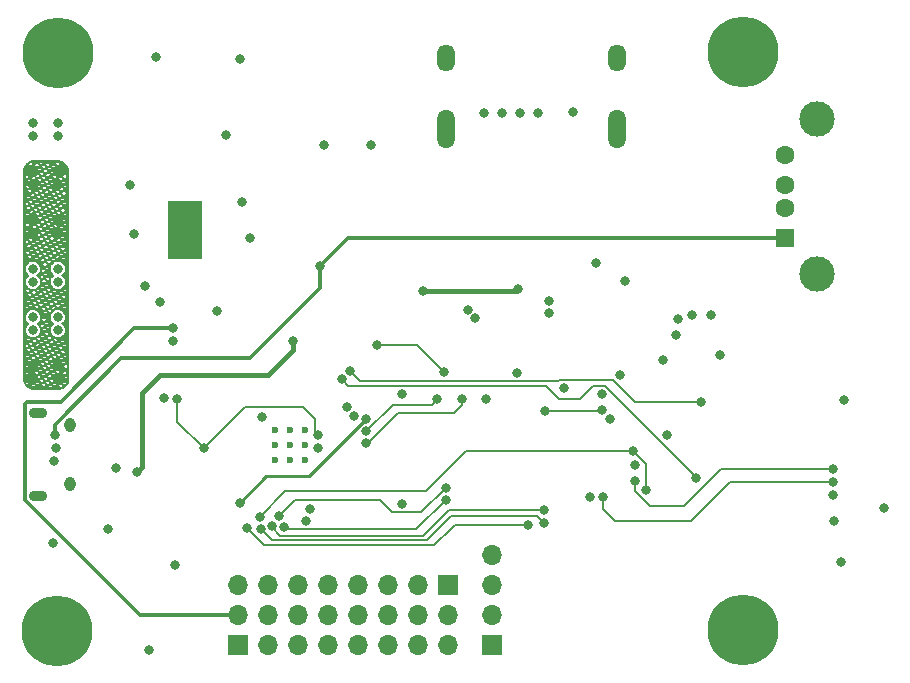
<source format=gbr>
%TF.GenerationSoftware,KiCad,Pcbnew,(6.0.0-0)*%
%TF.CreationDate,2022-10-23T11:33:14-04:00*%
%TF.ProjectId,hermes_v1,6865726d-6573-45f7-9631-2e6b69636164,rev?*%
%TF.SameCoordinates,Original*%
%TF.FileFunction,Copper,L4,Bot*%
%TF.FilePolarity,Positive*%
%FSLAX46Y46*%
G04 Gerber Fmt 4.6, Leading zero omitted, Abs format (unit mm)*
G04 Created by KiCad (PCBNEW (6.0.0-0)) date 2022-10-23 11:33:14*
%MOMM*%
%LPD*%
G01*
G04 APERTURE LIST*
%TA.AperFunction,ComponentPad*%
%ADD10C,0.600000*%
%TD*%
%TA.AperFunction,ComponentPad*%
%ADD11O,1.550000X0.890000*%
%TD*%
%TA.AperFunction,ComponentPad*%
%ADD12O,0.950000X1.250000*%
%TD*%
%TA.AperFunction,ComponentPad*%
%ADD13O,1.500000X3.300000*%
%TD*%
%TA.AperFunction,ComponentPad*%
%ADD14O,1.500000X2.300000*%
%TD*%
%TA.AperFunction,SMDPad,CuDef*%
%ADD15R,2.950000X4.900000*%
%TD*%
%TA.AperFunction,ComponentPad*%
%ADD16C,6.000000*%
%TD*%
%TA.AperFunction,ComponentPad*%
%ADD17R,1.700000X1.700000*%
%TD*%
%TA.AperFunction,ComponentPad*%
%ADD18O,1.700000X1.700000*%
%TD*%
%TA.AperFunction,ComponentPad*%
%ADD19R,1.500000X1.600000*%
%TD*%
%TA.AperFunction,ComponentPad*%
%ADD20C,1.600000*%
%TD*%
%TA.AperFunction,ComponentPad*%
%ADD21C,3.000000*%
%TD*%
%TA.AperFunction,ViaPad*%
%ADD22C,0.800000*%
%TD*%
%TA.AperFunction,Conductor*%
%ADD23C,0.200000*%
%TD*%
%TA.AperFunction,Conductor*%
%ADD24C,0.350000*%
%TD*%
%TA.AperFunction,Conductor*%
%ADD25C,0.250000*%
%TD*%
%TA.AperFunction,Conductor*%
%ADD26C,0.205740*%
%TD*%
%TA.AperFunction,Conductor*%
%ADD27C,0.400000*%
%TD*%
G04 APERTURE END LIST*
D10*
%TO.P,U3,57,GND*%
%TO.N,GND*%
X148850000Y-74075000D03*
X150125000Y-74075000D03*
X148850000Y-76625000D03*
X150125000Y-76625000D03*
X147575000Y-76625000D03*
X147575000Y-74075000D03*
X150125000Y-75350000D03*
X147575000Y-75350000D03*
X148850000Y-75350000D03*
%TD*%
D11*
%TO.P,J2,6,Shield*%
%TO.N,GND*%
X127550000Y-79650000D03*
X127550000Y-72650000D03*
D12*
X130250000Y-73650000D03*
X130250000Y-78650000D03*
%TD*%
D13*
%TO.P,J5,SH1,SH*%
%TO.N,GND*%
X162075000Y-48556750D03*
%TO.P,J5,SH2,SH*%
X176575000Y-48556750D03*
D14*
%TO.P,J5,SH3,SH*%
X176575000Y-42596750D03*
%TO.P,J5,SH4,SH*%
X162075000Y-42596750D03*
%TD*%
D10*
%TO.P,U6,9,AGND*%
%TO.N,GND*%
X140625000Y-55175000D03*
X140625000Y-57775000D03*
X139325000Y-55175000D03*
X140625000Y-56475000D03*
X139325000Y-59075000D03*
D15*
X139975000Y-57125000D03*
D10*
X140625000Y-59075000D03*
X139325000Y-56475000D03*
X139325000Y-57775000D03*
%TD*%
D16*
%TO.P,H1,1*%
%TO.N,N/C*%
X129150000Y-91100000D03*
%TD*%
%TO.P,H2,1*%
%TO.N,N/C*%
X129200000Y-42100000D03*
%TD*%
D17*
%TO.P,J3,1,Pin_1*%
%TO.N,GND*%
X165960000Y-92300000D03*
D18*
%TO.P,J3,2,Pin_2*%
%TO.N,FC_UART0_RX*%
X165960000Y-89760000D03*
%TO.P,J3,3,Pin_3*%
%TO.N,FC_UART0_TX*%
X165960000Y-87220000D03*
%TO.P,J3,4,Pin_4*%
%TO.N,+5V*%
X165960000Y-84680000D03*
%TD*%
D16*
%TO.P,H4,1*%
%TO.N,N/C*%
X187250000Y-91000000D03*
%TD*%
D19*
%TO.P,J4,1,VBUS*%
%TO.N,FC_USB_VBUS*%
X190790000Y-57800000D03*
D20*
%TO.P,J4,2,D-*%
%TO.N,/FCC Peripherals/d-*%
X190790000Y-55300000D03*
%TO.P,J4,3,D+*%
%TO.N,/FCC Peripherals/d+*%
X190790000Y-53300000D03*
%TO.P,J4,4,GND*%
%TO.N,GND*%
X190790000Y-50800000D03*
D21*
%TO.P,J4,5,Shield*%
X193500000Y-60870000D03*
X193500000Y-47730000D03*
%TD*%
D17*
%TO.P,J8,1,Pin_1*%
%TO.N,FC_SERVO_1*%
X162250000Y-87200000D03*
D18*
%TO.P,J8,2,Pin_2*%
%TO.N,FC_SERVO_2*%
X159710000Y-87200000D03*
%TO.P,J8,3,Pin_3*%
%TO.N,FC_SERVO_3*%
X157170000Y-87200000D03*
%TO.P,J8,4,Pin_4*%
%TO.N,FC_SERVO_4*%
X154630000Y-87200000D03*
%TO.P,J8,5,Pin_5*%
%TO.N,FC_SERVO_5*%
X152090000Y-87200000D03*
%TO.P,J8,6,Pin_6*%
%TO.N,FC_SERVO_6*%
X149550000Y-87200000D03*
%TO.P,J8,7,Pin_7*%
%TO.N,FC_SERVO_7*%
X147010000Y-87200000D03*
%TO.P,J8,8,Pin_8*%
%TO.N,FC_RADIO_PPM*%
X144470000Y-87200000D03*
%TD*%
D17*
%TO.P,J9,1,Pin_1*%
%TO.N,GND*%
X144450000Y-92300000D03*
D18*
%TO.P,J9,2,Pin_2*%
%TO.N,+5V*%
X144450000Y-89760000D03*
%TO.P,J9,3,Pin_3*%
%TO.N,GND*%
X146990000Y-92300000D03*
%TO.P,J9,4,Pin_4*%
%TO.N,+5V*%
X146990000Y-89760000D03*
%TO.P,J9,5,Pin_5*%
%TO.N,GND*%
X149530000Y-92300000D03*
%TO.P,J9,6,Pin_6*%
%TO.N,+5V*%
X149530000Y-89760000D03*
%TO.P,J9,7,Pin_7*%
%TO.N,GND*%
X152070000Y-92300000D03*
%TO.P,J9,8,Pin_8*%
%TO.N,+5V*%
X152070000Y-89760000D03*
%TO.P,J9,9,Pin_9*%
%TO.N,GND*%
X154610000Y-92300000D03*
%TO.P,J9,10,Pin_10*%
%TO.N,+5V*%
X154610000Y-89760000D03*
%TO.P,J9,11,Pin_11*%
%TO.N,GND*%
X157150000Y-92300000D03*
%TO.P,J9,12,Pin_12*%
%TO.N,+5V*%
X157150000Y-89760000D03*
%TO.P,J9,13,Pin_13*%
%TO.N,GND*%
X159690000Y-92300000D03*
%TO.P,J9,14,Pin_14*%
%TO.N,+5V*%
X159690000Y-89760000D03*
%TO.P,J9,15,Pin_15*%
%TO.N,GND*%
X162230000Y-92300000D03*
%TO.P,J9,16,Pin_16*%
%TO.N,+5V*%
X162230000Y-89760000D03*
%TD*%
D16*
%TO.P,H3,1*%
%TO.N,N/C*%
X187200000Y-42050000D03*
%TD*%
D22*
%TO.N,GND*%
X168300000Y-47250000D03*
X199150000Y-80650000D03*
X129200000Y-61500000D03*
X155750000Y-49950000D03*
X165300000Y-47250000D03*
X180450000Y-68100000D03*
X137500000Y-42499500D03*
X195750000Y-71500000D03*
X166800000Y-47250000D03*
X136600000Y-61900000D03*
X143450000Y-49050000D03*
X129200000Y-49150000D03*
X138200000Y-71350000D03*
X135350000Y-53350000D03*
X172800000Y-47150000D03*
X134150000Y-77275000D03*
X142700000Y-63950000D03*
X144800000Y-54750000D03*
X127100000Y-48050000D03*
X158350000Y-71000000D03*
X128800000Y-83650000D03*
X139000000Y-66500000D03*
X135700000Y-57450000D03*
X137900000Y-63200000D03*
X177252500Y-61450000D03*
X129200000Y-65600000D03*
X174300000Y-79750000D03*
X181750000Y-64700000D03*
X184499500Y-64350000D03*
X129200000Y-60400000D03*
X144600000Y-42650000D03*
X133500000Y-82400000D03*
X139100000Y-85450000D03*
X136950000Y-92700000D03*
X175950000Y-73150000D03*
X172050000Y-70500000D03*
X195500000Y-85200000D03*
X127100000Y-61500000D03*
X129200000Y-48050000D03*
X169850000Y-47200000D03*
X165500000Y-71450000D03*
X168100000Y-69200000D03*
X127100000Y-49150000D03*
X158350000Y-80300000D03*
X127100000Y-65600000D03*
X129200000Y-64500000D03*
X127100000Y-64500000D03*
X145450000Y-57800000D03*
X185250000Y-67700000D03*
X176802500Y-69400000D03*
X127100000Y-60400000D03*
X170800000Y-64150000D03*
X151750000Y-49950000D03*
X180825000Y-74500000D03*
%TO.N,+1V1*%
X139300000Y-71400000D03*
X141550000Y-75600000D03*
X151250000Y-74500000D03*
%TO.N,VCC*%
X129200000Y-52150000D03*
X129200000Y-68600000D03*
X129200000Y-57350000D03*
X127100000Y-69700000D03*
X129200000Y-56250000D03*
X127100000Y-52150000D03*
X127100000Y-53250000D03*
X127100000Y-57350000D03*
X129200000Y-53250000D03*
X127100000Y-56250000D03*
X129200000Y-69700000D03*
X127100000Y-68600000D03*
%TO.N,+5V*%
X139000000Y-65400000D03*
%TO.N,FC_STATUS_GREEN*%
X161900000Y-69150000D03*
X156250000Y-66900500D03*
%TO.N,FC_RUN*%
X155300000Y-73150000D03*
X144600000Y-80200000D03*
%TO.N,FC_USB_VBUS*%
X128950000Y-74500000D03*
X151450000Y-60150000D03*
%TO.N,FC_I2C0_SCL*%
X162050000Y-79949503D03*
X174800000Y-59900000D03*
X148350500Y-82302878D03*
X181550000Y-66050000D03*
%TO.N,FC_I2C0_SDA*%
X182900000Y-64350000D03*
X147950500Y-81351584D03*
X170800000Y-63150497D03*
X162050000Y-78950000D03*
%TO.N,FC_SWCLK*%
X155300000Y-75150000D03*
X163400000Y-71450000D03*
%TO.N,FC_SWD*%
X155300000Y-74150000D03*
X161300000Y-71450000D03*
%TO.N,FC_SPI0_MOSI*%
X178050000Y-78350000D03*
X170350000Y-80800000D03*
X147357427Y-82189693D03*
X194800000Y-77350000D03*
%TO.N,FC_SPI0_SCK*%
X146300000Y-81425000D03*
X177900000Y-75850000D03*
X179000000Y-79150000D03*
X194850000Y-79550000D03*
%TO.N,FC_SPI0_MISO*%
X194900000Y-81750000D03*
X145268127Y-82381873D03*
X178050000Y-77050000D03*
X169050000Y-82100000D03*
%TO.N,FC_UART0_TX*%
X154315706Y-72850500D03*
%TO.N,FC_UART0_RX*%
X153659818Y-72096301D03*
%TO.N,FC_HDMI_CK+*%
X164568764Y-64568764D03*
X150250000Y-81750000D03*
%TO.N,FC_HDMI_CK-*%
X150531557Y-80715828D03*
X163931236Y-63931236D03*
%TO.N,FC_SPI0_CS4*%
X183700000Y-71700000D03*
X153956755Y-69043245D03*
%TO.N,/FlightControlComputer/3V_MCU*%
X151250000Y-75550000D03*
X146516874Y-72944159D03*
%TO.N,3V3_IO*%
X149100000Y-66550000D03*
X160100000Y-62300000D03*
X135950000Y-77600000D03*
X168150000Y-62150000D03*
X175250000Y-71000000D03*
X194850000Y-78500000D03*
X175400000Y-79750000D03*
%TO.N,FC_SPI0_CS3*%
X183250000Y-78150000D03*
X153250000Y-69750000D03*
%TO.N,FC_SPI0_CS2*%
X175325000Y-72350000D03*
X170450000Y-72425000D03*
%TO.N,FC_SPI0_CS1*%
X170350000Y-81900000D03*
X146382604Y-82421083D03*
%TO.N,/FCC Peripherals/d-*%
X129038410Y-75552369D03*
%TO.N,/FCC Peripherals/d+*%
X128924502Y-76650000D03*
%TD*%
D23*
%TO.N,+1V1*%
X151250000Y-74500000D02*
X151000000Y-74250000D01*
X151000000Y-74250000D02*
X151000000Y-73150000D01*
X139300000Y-71400000D02*
X139300000Y-73350000D01*
X145050000Y-72100000D02*
X141550000Y-75600000D01*
X151000000Y-73150000D02*
X149950000Y-72100000D01*
X139300000Y-73350000D02*
X141550000Y-75600000D01*
X149950000Y-72100000D02*
X145050000Y-72100000D01*
D24*
%TO.N,+5V*%
X139000000Y-65400000D02*
X135700000Y-65400000D01*
X136171024Y-89760000D02*
X144450000Y-89760000D01*
X126600000Y-71650000D02*
X126400480Y-71849520D01*
X126400480Y-79989456D02*
X136171024Y-89760000D01*
X135700000Y-65400000D02*
X129450000Y-71650000D01*
X129450000Y-71650000D02*
X126600000Y-71650000D01*
X126400480Y-71849520D02*
X126400480Y-79989456D01*
D23*
%TO.N,FC_STATUS_GREEN*%
X159650500Y-66900500D02*
X156250000Y-66900500D01*
X161900000Y-69150000D02*
X159650500Y-66900500D01*
D25*
%TO.N,FC_RUN*%
X155300000Y-73150000D02*
X155275386Y-73150000D01*
X146850000Y-77950000D02*
X144600000Y-80200000D01*
X150475386Y-77950000D02*
X146850000Y-77950000D01*
X155275386Y-73150000D02*
X150475386Y-77950000D01*
D24*
%TO.N,FC_USB_VBUS*%
X128950000Y-74500000D02*
X128950000Y-73598598D01*
X151450000Y-62000000D02*
X151450000Y-60150000D01*
X134548598Y-68000000D02*
X145450000Y-68000000D01*
X145450000Y-68000000D02*
X151450000Y-62000000D01*
X153800000Y-57800000D02*
X151450000Y-60150000D01*
X190790000Y-57800000D02*
X153800000Y-57800000D01*
X128950000Y-73598598D02*
X134548598Y-68000000D01*
D23*
%TO.N,FC_I2C0_SCL*%
X159549992Y-82449511D02*
X162050000Y-79949503D01*
X148497133Y-82449511D02*
X159549992Y-82449511D01*
X148350500Y-82302878D02*
X148497133Y-82449511D01*
%TO.N,FC_I2C0_SDA*%
X157499511Y-80999511D02*
X160000489Y-80999511D01*
X149285767Y-80016317D02*
X156516317Y-80016317D01*
X157350000Y-80850000D02*
X157499511Y-80999511D01*
X160000489Y-80999511D02*
X162050000Y-78950000D01*
X156516317Y-80016317D02*
X157350000Y-80850000D01*
X147950500Y-81351584D02*
X149285767Y-80016317D01*
%TO.N,FC_SWCLK*%
X155300000Y-75150000D02*
X155450000Y-75150000D01*
X163400000Y-71950000D02*
X163400000Y-71450000D01*
X162750000Y-72600000D02*
X163400000Y-71950000D01*
X158000000Y-72600000D02*
X162750000Y-72600000D01*
X157750000Y-72850000D02*
X158000000Y-72600000D01*
X155450000Y-75150000D02*
X157750000Y-72850000D01*
%TO.N,FC_SWD*%
X160850000Y-71900000D02*
X161300000Y-71450000D01*
X155300000Y-74150000D02*
X157550000Y-71900000D01*
X157550000Y-71900000D02*
X160850000Y-71900000D01*
D26*
%TO.N,FC_SPI0_MOSI*%
X178050000Y-79193318D02*
X178050000Y-78350000D01*
D23*
X162050000Y-81050000D02*
X162300000Y-80800000D01*
D26*
X194800000Y-77350000D02*
X185350000Y-77350000D01*
D23*
X147357427Y-82299064D02*
X148060752Y-83002389D01*
X148060752Y-83002389D02*
X160097611Y-83002389D01*
X162300000Y-80800000D02*
X170350000Y-80800000D01*
D26*
X185350000Y-77350000D02*
X182250000Y-80450000D01*
D23*
X147357427Y-82189693D02*
X147357427Y-82299064D01*
D26*
X182250000Y-80450000D02*
X179306682Y-80450000D01*
X179306682Y-80450000D02*
X178050000Y-79193318D01*
D23*
X160097611Y-83002389D02*
X162050000Y-81050000D01*
%TO.N,FC_SPI0_SCK*%
X146300000Y-81425000D02*
X148475000Y-79250000D01*
D26*
X179000000Y-76950000D02*
X177900000Y-75850000D01*
D23*
X163800000Y-75850000D02*
X177900000Y-75850000D01*
D26*
X179000000Y-79150000D02*
X179000000Y-76950000D01*
D23*
X148475000Y-79250000D02*
X160400000Y-79250000D01*
X160400000Y-79250000D02*
X163800000Y-75850000D01*
%TO.N,FC_SPI0_MISO*%
X146687682Y-83801428D02*
X161098572Y-83801428D01*
X145268127Y-82381873D02*
X146687682Y-83801428D01*
X162800000Y-82100000D02*
X169050000Y-82100000D01*
X162550000Y-82350000D02*
X162800000Y-82100000D01*
X161098572Y-83801428D02*
X162550000Y-82350000D01*
%TO.N,FC_SPI0_CS4*%
X154813021Y-69899511D02*
X171600489Y-69899511D01*
X171600489Y-69899511D02*
X171699511Y-69800489D01*
X171699511Y-69800489D02*
X176200489Y-69800489D01*
X178100000Y-71700000D02*
X183700000Y-71700000D01*
X153956755Y-69043245D02*
X154813021Y-69899511D01*
X176200489Y-69800489D02*
X178100000Y-71700000D01*
D27*
%TO.N,3V3_IO*%
X136350000Y-77200000D02*
X136350000Y-70900000D01*
D26*
X182850000Y-81750000D02*
X176400000Y-81750000D01*
X175400000Y-79750000D02*
X175400000Y-80750000D01*
D27*
X136350000Y-70900000D02*
X137850000Y-69400000D01*
X149100000Y-67300000D02*
X147000000Y-69400000D01*
X149100000Y-66550000D02*
X149100000Y-67300000D01*
X137850000Y-69400000D02*
X147000000Y-69400000D01*
D26*
X175400000Y-80750000D02*
X176400000Y-81750000D01*
D27*
X168000000Y-62300000D02*
X168150000Y-62150000D01*
D26*
X194850000Y-78500000D02*
X186100000Y-78500000D01*
D27*
X135950000Y-77600000D02*
X136350000Y-77200000D01*
X160100000Y-62300000D02*
X168000000Y-62300000D01*
D26*
X186100000Y-78500000D02*
X182850000Y-81750000D01*
D23*
%TO.N,FC_SPI0_CS3*%
X175539259Y-70300000D02*
X183250000Y-78010741D01*
X183250000Y-78010741D02*
X183250000Y-78150000D01*
X153250000Y-69750000D02*
X153800489Y-70300489D01*
X170550489Y-70300489D02*
X171650000Y-71400000D01*
X171650000Y-71400000D02*
X173350000Y-71400000D01*
X173400000Y-71400000D02*
X174500000Y-70300000D01*
X173350000Y-71400000D02*
X173400000Y-71400000D01*
X174500000Y-70300000D02*
X175539259Y-70300000D01*
X153800489Y-70300489D02*
X170550489Y-70300489D01*
%TO.N,FC_SPI0_CS2*%
X170450000Y-72425000D02*
X175250000Y-72425000D01*
X175250000Y-72425000D02*
X175325000Y-72350000D01*
%TO.N,FC_SPI0_CS1*%
X160348092Y-83401908D02*
X160448092Y-83401908D01*
X169800000Y-81350000D02*
X170350000Y-81900000D01*
X146382604Y-82421083D02*
X147363429Y-83401908D01*
X160448092Y-83401908D02*
X162500000Y-81350000D01*
X147363429Y-83401908D02*
X160348092Y-83401908D01*
X162500000Y-81350000D02*
X169800000Y-81350000D01*
%TD*%
%TA.AperFunction,Conductor*%
%TO.N,VCC*%
G36*
X129154951Y-51200235D02*
G01*
X129342543Y-51218681D01*
X129351949Y-51220549D01*
X129530038Y-51274478D01*
X129538901Y-51278142D01*
X129703082Y-51365730D01*
X129711054Y-51371045D01*
X129855040Y-51488941D01*
X129861817Y-51495701D01*
X129978529Y-51637497D01*
X129980079Y-51639380D01*
X129985419Y-51647346D01*
X130073424Y-51811297D01*
X130077111Y-51820149D01*
X130131498Y-51998103D01*
X130133390Y-52007504D01*
X130134367Y-52017187D01*
X130152316Y-52195040D01*
X130152564Y-52199834D01*
X130165391Y-57202606D01*
X130179191Y-62584533D01*
X130197296Y-69645345D01*
X130197423Y-69695030D01*
X130197198Y-69699840D01*
X130183024Y-69847394D01*
X130179116Y-69888073D01*
X130177261Y-69897514D01*
X130123439Y-70076278D01*
X130119774Y-70085174D01*
X130032062Y-70249970D01*
X130026729Y-70257979D01*
X129908507Y-70402457D01*
X129901713Y-70409268D01*
X129757535Y-70527864D01*
X129749544Y-70533215D01*
X129617598Y-70603878D01*
X129584967Y-70621353D01*
X129576081Y-70625040D01*
X129397458Y-70679319D01*
X129388028Y-70681197D01*
X129260565Y-70693772D01*
X129199834Y-70699763D01*
X129195024Y-70700000D01*
X127252407Y-70700000D01*
X127247604Y-70699764D01*
X127059713Y-70681258D01*
X127050292Y-70679384D01*
X126871934Y-70625280D01*
X126863060Y-70621604D01*
X126698689Y-70533746D01*
X126690702Y-70528410D01*
X126546624Y-70410169D01*
X126539831Y-70403376D01*
X126421590Y-70259298D01*
X126416254Y-70251311D01*
X126414748Y-70248494D01*
X126989637Y-70248494D01*
X127090637Y-70423431D01*
X127140047Y-70394904D01*
X127536047Y-70394904D01*
X127568434Y-70451000D01*
X127801685Y-70451000D01*
X127710985Y-70293904D01*
X127536047Y-70394904D01*
X127140047Y-70394904D01*
X127265575Y-70322431D01*
X127164575Y-70147494D01*
X126989637Y-70248494D01*
X126414748Y-70248494D01*
X126328396Y-70086940D01*
X126324720Y-70078066D01*
X126316244Y-70050123D01*
X126533226Y-70050123D01*
X126583956Y-70145032D01*
X126644680Y-70219025D01*
X126719165Y-70176021D01*
X126661222Y-70075661D01*
X127351732Y-70075661D01*
X127437047Y-70223431D01*
X127486457Y-70194904D01*
X127882457Y-70194904D01*
X127983457Y-70369841D01*
X128032867Y-70341314D01*
X128428868Y-70341314D01*
X128492195Y-70451000D01*
X128642888Y-70451000D01*
X129038886Y-70451000D01*
X129187324Y-70451000D01*
X129150215Y-70386724D01*
X129038886Y-70451000D01*
X128642888Y-70451000D01*
X128704805Y-70415252D01*
X128603805Y-70240314D01*
X128428868Y-70341314D01*
X128032867Y-70341314D01*
X128158395Y-70268841D01*
X128057395Y-70093904D01*
X127882457Y-70194904D01*
X127486457Y-70194904D01*
X127611985Y-70122431D01*
X127510985Y-69947494D01*
X127455391Y-69979591D01*
X127372693Y-70062289D01*
X127360291Y-70071300D01*
X127351732Y-70075661D01*
X126661222Y-70075661D01*
X126618165Y-70001084D01*
X126533226Y-70050123D01*
X126316244Y-70050123D01*
X126270616Y-69899708D01*
X126268742Y-69890287D01*
X126264626Y-69848494D01*
X127682457Y-69848494D01*
X127783457Y-70023431D01*
X127832867Y-69994904D01*
X128228868Y-69994904D01*
X128329868Y-70169841D01*
X128379278Y-70141314D01*
X128775278Y-70141314D01*
X128876278Y-70316252D01*
X128925690Y-70287724D01*
X129321688Y-70287724D01*
X129415956Y-70451000D01*
X129442888Y-70451000D01*
X129597626Y-70361662D01*
X129496626Y-70186724D01*
X129321688Y-70287724D01*
X128925690Y-70287724D01*
X129051215Y-70215252D01*
X128979939Y-70091797D01*
X128971945Y-70087724D01*
X129668098Y-70087724D01*
X129768254Y-70261200D01*
X129864183Y-70143967D01*
X129897587Y-70081208D01*
X129843036Y-69986724D01*
X129668098Y-70087724D01*
X128971945Y-70087724D01*
X128939710Y-70071300D01*
X128927307Y-70062289D01*
X128921760Y-70056742D01*
X128775278Y-70141314D01*
X128379278Y-70141314D01*
X128504805Y-70068841D01*
X128403805Y-69893904D01*
X128228868Y-69994904D01*
X127832867Y-69994904D01*
X127958395Y-69922431D01*
X127857395Y-69747494D01*
X127682457Y-69848494D01*
X126264626Y-69848494D01*
X126250236Y-69702396D01*
X126250000Y-69697593D01*
X126250000Y-69555673D01*
X126589637Y-69555673D01*
X126651336Y-69662539D01*
X126666438Y-69567187D01*
X126671176Y-69552606D01*
X126701606Y-69492883D01*
X127498394Y-69492883D01*
X127528824Y-69552606D01*
X127533562Y-69567186D01*
X127538673Y-69599451D01*
X127583457Y-69677021D01*
X127632867Y-69648494D01*
X128028868Y-69648494D01*
X128129868Y-69823431D01*
X128179278Y-69794904D01*
X128575278Y-69794904D01*
X128676278Y-69969841D01*
X128797813Y-69899673D01*
X128795990Y-69896096D01*
X129604009Y-69896096D01*
X129744036Y-69815252D01*
X129645941Y-69645345D01*
X129653383Y-69692335D01*
X129653383Y-69707665D01*
X129633562Y-69832813D01*
X129628824Y-69847394D01*
X129604009Y-69896096D01*
X128795990Y-69896096D01*
X128771176Y-69847394D01*
X128766438Y-69832813D01*
X128746617Y-69707665D01*
X128746617Y-69695981D01*
X128575278Y-69794904D01*
X128179278Y-69794904D01*
X128304805Y-69722431D01*
X128203805Y-69547494D01*
X128028868Y-69648494D01*
X127632867Y-69648494D01*
X127758395Y-69576021D01*
X127657395Y-69401084D01*
X127498394Y-69492883D01*
X126701606Y-69492883D01*
X126702946Y-69490254D01*
X126589637Y-69555673D01*
X126250000Y-69555673D01*
X126250000Y-69379373D01*
X126499000Y-69379373D01*
X126665575Y-69283201D01*
X126564575Y-69108263D01*
X126499000Y-69146122D01*
X126499000Y-69379373D01*
X126250000Y-69379373D01*
X126250000Y-69009263D01*
X126736047Y-69009263D01*
X126837047Y-69184201D01*
X126886459Y-69155673D01*
X127282457Y-69155673D01*
X127383457Y-69330611D01*
X127432867Y-69302084D01*
X127828868Y-69302084D01*
X127929868Y-69477021D01*
X127979278Y-69448494D01*
X128375278Y-69448494D01*
X128476278Y-69623431D01*
X128618509Y-69541314D01*
X129814508Y-69541314D01*
X129915508Y-69716252D01*
X129948428Y-69697246D01*
X129947831Y-69464340D01*
X129814508Y-69541314D01*
X128618509Y-69541314D01*
X128651215Y-69522431D01*
X128550215Y-69347494D01*
X128375278Y-69448494D01*
X127979278Y-69448494D01*
X128104805Y-69376021D01*
X128003805Y-69201084D01*
X127828868Y-69302084D01*
X127432867Y-69302084D01*
X127558395Y-69229611D01*
X127457395Y-69054673D01*
X127282457Y-69155673D01*
X126886459Y-69155673D01*
X127011985Y-69083201D01*
X126984950Y-69036375D01*
X126967187Y-69033562D01*
X126952606Y-69028824D01*
X126839709Y-68971300D01*
X126827307Y-68962289D01*
X126823684Y-68958666D01*
X126736047Y-69009263D01*
X126250000Y-69009263D01*
X126250000Y-68955673D01*
X127628868Y-68955673D01*
X127729868Y-69130611D01*
X127779278Y-69102084D01*
X128175278Y-69102084D01*
X128276278Y-69277021D01*
X128325688Y-69248494D01*
X128721688Y-69248494D01*
X128822688Y-69423431D01*
X128867403Y-69397615D01*
X128927307Y-69337711D01*
X128939709Y-69328700D01*
X128980890Y-69307717D01*
X129419110Y-69307717D01*
X129460291Y-69328700D01*
X129465174Y-69332248D01*
X129443036Y-69293904D01*
X129419110Y-69307717D01*
X128980890Y-69307717D01*
X128987257Y-69304473D01*
X128896626Y-69147494D01*
X128721688Y-69248494D01*
X128325688Y-69248494D01*
X128451215Y-69176021D01*
X128350215Y-69001084D01*
X128175278Y-69102084D01*
X127779278Y-69102084D01*
X127904805Y-69029611D01*
X127803805Y-68854673D01*
X127628868Y-68955673D01*
X126250000Y-68955673D01*
X126250000Y-68662853D01*
X126536047Y-68662853D01*
X126637047Y-68837791D01*
X126699008Y-68802018D01*
X126680648Y-68765985D01*
X127519351Y-68765985D01*
X127529868Y-68784201D01*
X127579280Y-68755673D01*
X127975278Y-68755673D01*
X128076278Y-68930611D01*
X128125688Y-68902084D01*
X128521688Y-68902084D01*
X128622688Y-69077021D01*
X128672098Y-69048494D01*
X129068098Y-69048494D01*
X129169098Y-69223431D01*
X129218508Y-69194904D01*
X129614508Y-69194904D01*
X129715508Y-69369841D01*
X129890446Y-69268841D01*
X129789446Y-69093904D01*
X129614508Y-69194904D01*
X129218508Y-69194904D01*
X129344036Y-69122431D01*
X129296086Y-69039379D01*
X129207665Y-69053383D01*
X129192335Y-69053383D01*
X129088197Y-69036889D01*
X129068098Y-69048494D01*
X128672098Y-69048494D01*
X128797626Y-68976021D01*
X128786947Y-68957525D01*
X129477457Y-68957525D01*
X129515508Y-69023431D01*
X129690446Y-68922431D01*
X129610337Y-68783678D01*
X129571300Y-68860291D01*
X129562289Y-68872693D01*
X129477457Y-68957525D01*
X128786947Y-68957525D01*
X128696626Y-68801084D01*
X128521688Y-68902084D01*
X128125688Y-68902084D01*
X128251215Y-68829611D01*
X128150215Y-68654673D01*
X127975278Y-68755673D01*
X127579280Y-68755673D01*
X127704805Y-68683201D01*
X127603805Y-68508263D01*
X127545408Y-68541979D01*
X127553383Y-68592335D01*
X127553383Y-68607665D01*
X127533562Y-68732813D01*
X127528824Y-68747393D01*
X127519351Y-68765985D01*
X126680648Y-68765985D01*
X126671176Y-68747394D01*
X126666438Y-68732813D01*
X126646617Y-68607665D01*
X126646617Y-68599016D01*
X126536047Y-68662853D01*
X126250000Y-68662853D01*
X126250000Y-68455613D01*
X126499000Y-68455613D01*
X126579280Y-68409263D01*
X127775278Y-68409263D01*
X127876278Y-68584201D01*
X127925690Y-68555673D01*
X128321688Y-68555673D01*
X128422688Y-68730611D01*
X128564920Y-68648494D01*
X129760918Y-68648494D01*
X129861918Y-68823431D01*
X129946063Y-68774850D01*
X129945523Y-68564238D01*
X129935856Y-68547494D01*
X129760918Y-68648494D01*
X128564920Y-68648494D01*
X128597626Y-68629611D01*
X128496626Y-68454673D01*
X128321688Y-68555673D01*
X127925690Y-68555673D01*
X128051215Y-68483201D01*
X127950215Y-68308263D01*
X127775278Y-68409263D01*
X126579280Y-68409263D01*
X126611985Y-68390381D01*
X126510985Y-68215443D01*
X126499000Y-68222362D01*
X126499000Y-68455613D01*
X126250000Y-68455613D01*
X126250000Y-68116443D01*
X126682457Y-68116443D01*
X126779863Y-68285155D01*
X126827307Y-68237711D01*
X126839709Y-68228700D01*
X126878097Y-68209140D01*
X127321902Y-68209140D01*
X127360291Y-68228700D01*
X127372693Y-68237711D01*
X127462289Y-68327307D01*
X127471300Y-68339709D01*
X127477767Y-68352401D01*
X127504805Y-68336791D01*
X127403805Y-68161853D01*
X127321902Y-68209140D01*
X126878097Y-68209140D01*
X126948511Y-68173262D01*
X126857395Y-68015443D01*
X126682457Y-68116443D01*
X126250000Y-68116443D01*
X126250000Y-67798687D01*
X126499000Y-67798687D01*
X126583457Y-67944970D01*
X126632867Y-67916443D01*
X127028868Y-67916443D01*
X127129868Y-68091381D01*
X127179280Y-68062853D01*
X127575278Y-68062853D01*
X127676278Y-68237791D01*
X127725690Y-68209263D01*
X128121688Y-68209263D01*
X128222688Y-68384201D01*
X128272100Y-68355673D01*
X128668098Y-68355673D01*
X128759128Y-68513342D01*
X128766438Y-68467187D01*
X128771176Y-68452606D01*
X128828700Y-68339709D01*
X128837711Y-68327307D01*
X128862934Y-68302084D01*
X129560918Y-68302084D01*
X129661918Y-68477021D01*
X129836856Y-68376021D01*
X129735856Y-68201084D01*
X129560918Y-68302084D01*
X128862934Y-68302084D01*
X128867673Y-68297345D01*
X128843036Y-68254673D01*
X128668098Y-68355673D01*
X128272100Y-68355673D01*
X128397626Y-68283201D01*
X128296626Y-68108263D01*
X128121688Y-68209263D01*
X127725690Y-68209263D01*
X127851215Y-68136791D01*
X127750215Y-67961853D01*
X127575278Y-68062853D01*
X127179280Y-68062853D01*
X127304805Y-67990381D01*
X127203805Y-67815443D01*
X127028868Y-67916443D01*
X126632867Y-67916443D01*
X126758395Y-67843970D01*
X126657395Y-67669033D01*
X126499000Y-67760482D01*
X126499000Y-67798687D01*
X126250000Y-67798687D01*
X126250000Y-67570033D01*
X126828868Y-67570033D01*
X126929868Y-67744970D01*
X126979278Y-67716443D01*
X127375278Y-67716443D01*
X127476278Y-67891381D01*
X127525690Y-67862853D01*
X127921688Y-67862853D01*
X128022688Y-68037791D01*
X128072100Y-68009263D01*
X128468098Y-68009263D01*
X128569098Y-68184201D01*
X128618510Y-68155673D01*
X129014508Y-68155673D01*
X129030084Y-68182652D01*
X129052607Y-68171176D01*
X129067187Y-68166438D01*
X129192335Y-68146617D01*
X129207665Y-68146617D01*
X129246038Y-68152695D01*
X129189446Y-68054673D01*
X129014508Y-68155673D01*
X128618510Y-68155673D01*
X128744036Y-68083201D01*
X128643036Y-67908263D01*
X128468098Y-68009263D01*
X128072100Y-68009263D01*
X128197626Y-67936791D01*
X128096626Y-67761853D01*
X127921688Y-67862853D01*
X127525690Y-67862853D01*
X127651215Y-67790381D01*
X127550215Y-67615443D01*
X127375278Y-67716443D01*
X126979278Y-67716443D01*
X127104805Y-67643970D01*
X127003805Y-67469033D01*
X126828868Y-67570033D01*
X126250000Y-67570033D01*
X126250000Y-67394685D01*
X126499000Y-67394685D01*
X126499000Y-67531851D01*
X126558395Y-67497560D01*
X126499000Y-67394685D01*
X126250000Y-67394685D01*
X126250000Y-67223623D01*
X126628868Y-67223623D01*
X126729868Y-67398560D01*
X126779278Y-67370033D01*
X127175278Y-67370033D01*
X127276278Y-67544970D01*
X127325688Y-67516443D01*
X127721688Y-67516443D01*
X127822688Y-67691381D01*
X127872100Y-67662853D01*
X128268098Y-67662853D01*
X128369098Y-67837791D01*
X128418510Y-67809263D01*
X128814508Y-67809263D01*
X128915508Y-67984201D01*
X128964920Y-67955673D01*
X129360918Y-67955673D01*
X129461918Y-68130611D01*
X129511328Y-68102084D01*
X129907329Y-68102084D01*
X129944503Y-68166472D01*
X129944284Y-68080749D01*
X129907329Y-68102084D01*
X129511328Y-68102084D01*
X129636856Y-68029611D01*
X129535856Y-67854673D01*
X129360918Y-67955673D01*
X128964920Y-67955673D01*
X129090446Y-67883201D01*
X128989446Y-67708263D01*
X128814508Y-67809263D01*
X128418510Y-67809263D01*
X128544036Y-67736791D01*
X128443036Y-67561853D01*
X128268098Y-67662853D01*
X127872100Y-67662853D01*
X127997626Y-67590381D01*
X127896626Y-67415443D01*
X127721688Y-67516443D01*
X127325688Y-67516443D01*
X127451215Y-67443970D01*
X127350215Y-67269033D01*
X127175278Y-67370033D01*
X126779278Y-67370033D01*
X126904805Y-67297560D01*
X126803805Y-67122623D01*
X126628868Y-67223623D01*
X126250000Y-67223623D01*
X126250000Y-66998685D01*
X126499000Y-66998685D01*
X126529868Y-67052150D01*
X126579278Y-67023623D01*
X126975278Y-67023623D01*
X127076278Y-67198560D01*
X127125688Y-67170033D01*
X127521688Y-67170033D01*
X127622688Y-67344970D01*
X127672098Y-67316443D01*
X128068098Y-67316443D01*
X128169098Y-67491381D01*
X128218510Y-67462853D01*
X128614508Y-67462853D01*
X128715508Y-67637791D01*
X128764920Y-67609263D01*
X129160918Y-67609263D01*
X129261918Y-67784201D01*
X129311330Y-67755673D01*
X129707329Y-67755673D01*
X129808329Y-67930611D01*
X129943698Y-67852455D01*
X129943463Y-67760669D01*
X129882266Y-67654673D01*
X129707329Y-67755673D01*
X129311330Y-67755673D01*
X129436856Y-67683201D01*
X129335856Y-67508263D01*
X129160918Y-67609263D01*
X128764920Y-67609263D01*
X128890446Y-67536791D01*
X128789446Y-67361853D01*
X128614508Y-67462853D01*
X128218510Y-67462853D01*
X128344036Y-67390381D01*
X128243036Y-67215443D01*
X128068098Y-67316443D01*
X127672098Y-67316443D01*
X127797626Y-67243970D01*
X127696626Y-67069033D01*
X127521688Y-67170033D01*
X127125688Y-67170033D01*
X127251215Y-67097560D01*
X127150215Y-66922623D01*
X126975278Y-67023623D01*
X126579278Y-67023623D01*
X126704805Y-66951150D01*
X126603805Y-66776212D01*
X126499000Y-66836721D01*
X126499000Y-66998685D01*
X126250000Y-66998685D01*
X126250000Y-66677212D01*
X126775278Y-66677212D01*
X126876278Y-66852150D01*
X126925688Y-66823623D01*
X127321688Y-66823623D01*
X127422688Y-66998560D01*
X127472098Y-66970033D01*
X127868098Y-66970033D01*
X127969098Y-67144970D01*
X128018508Y-67116443D01*
X128414508Y-67116443D01*
X128515508Y-67291381D01*
X128564920Y-67262853D01*
X128960918Y-67262853D01*
X129061918Y-67437791D01*
X129111330Y-67409263D01*
X129507329Y-67409263D01*
X129608329Y-67584201D01*
X129783266Y-67483201D01*
X129682266Y-67308263D01*
X129507329Y-67409263D01*
X129111330Y-67409263D01*
X129236856Y-67336791D01*
X129135856Y-67161853D01*
X128960918Y-67262853D01*
X128564920Y-67262853D01*
X128690446Y-67190381D01*
X128589446Y-67015443D01*
X128414508Y-67116443D01*
X128018508Y-67116443D01*
X128144036Y-67043970D01*
X128043036Y-66869033D01*
X127868098Y-66970033D01*
X127472098Y-66970033D01*
X127597626Y-66897560D01*
X127496626Y-66722623D01*
X127321688Y-66823623D01*
X126925688Y-66823623D01*
X127051215Y-66751150D01*
X126950215Y-66576212D01*
X126775278Y-66677212D01*
X126250000Y-66677212D01*
X126250000Y-66330802D01*
X126575278Y-66330802D01*
X126676278Y-66505740D01*
X126725690Y-66477212D01*
X127121688Y-66477212D01*
X127222688Y-66652150D01*
X127272098Y-66623623D01*
X127668098Y-66623623D01*
X127769098Y-66798560D01*
X127818508Y-66770033D01*
X128214508Y-66770033D01*
X128315508Y-66944970D01*
X128364918Y-66916443D01*
X128760918Y-66916443D01*
X128861918Y-67091381D01*
X128911330Y-67062853D01*
X129307329Y-67062853D01*
X129408329Y-67237791D01*
X129457741Y-67209263D01*
X129853739Y-67209263D01*
X129942443Y-67362903D01*
X129941918Y-67158353D01*
X129853739Y-67209263D01*
X129457741Y-67209263D01*
X129583266Y-67136791D01*
X129482266Y-66961853D01*
X129307329Y-67062853D01*
X128911330Y-67062853D01*
X129036856Y-66990381D01*
X128935856Y-66815443D01*
X128760918Y-66916443D01*
X128364918Y-66916443D01*
X128490446Y-66843970D01*
X128389446Y-66669033D01*
X128214508Y-66770033D01*
X127818508Y-66770033D01*
X127944036Y-66697560D01*
X127843036Y-66522623D01*
X127668098Y-66623623D01*
X127272098Y-66623623D01*
X127397626Y-66551150D01*
X127297898Y-66378416D01*
X127290135Y-66379960D01*
X127121688Y-66477212D01*
X126725690Y-66477212D01*
X126851215Y-66404740D01*
X126818207Y-66347568D01*
X126721387Y-66307464D01*
X126718466Y-66306140D01*
X126715925Y-66304887D01*
X127484076Y-66304887D01*
X127569098Y-66452150D01*
X127618508Y-66423623D01*
X128014508Y-66423623D01*
X128115508Y-66598560D01*
X128164918Y-66570033D01*
X128560918Y-66570033D01*
X128661918Y-66744970D01*
X128711328Y-66716443D01*
X129107329Y-66716443D01*
X129208329Y-66891381D01*
X129257741Y-66862853D01*
X129653739Y-66862853D01*
X129754739Y-67037791D01*
X129929676Y-66936791D01*
X129828676Y-66761853D01*
X129653739Y-66862853D01*
X129257741Y-66862853D01*
X129383266Y-66790381D01*
X129282266Y-66615443D01*
X129107329Y-66716443D01*
X128711328Y-66716443D01*
X128836856Y-66643970D01*
X128735856Y-66469033D01*
X128560918Y-66570033D01*
X128164918Y-66570033D01*
X128290446Y-66497560D01*
X128189446Y-66322623D01*
X128014508Y-66423623D01*
X127618508Y-66423623D01*
X127744036Y-66351150D01*
X127648472Y-66185629D01*
X127523375Y-66281619D01*
X127520770Y-66283486D01*
X127509898Y-66290751D01*
X127507176Y-66292444D01*
X127496099Y-66298840D01*
X127493270Y-66300352D01*
X127484076Y-66304887D01*
X126715925Y-66304887D01*
X126706730Y-66300352D01*
X126703901Y-66298840D01*
X126692824Y-66292444D01*
X126690102Y-66290751D01*
X126679230Y-66283486D01*
X126676625Y-66281619D01*
X126669687Y-66276295D01*
X126575278Y-66330802D01*
X126250000Y-66330802D01*
X126250000Y-65600000D01*
X126494318Y-65600000D01*
X126514956Y-65756762D01*
X126516183Y-65759724D01*
X126516184Y-65759728D01*
X126523012Y-65776212D01*
X126575464Y-65902841D01*
X126671718Y-66028282D01*
X126797159Y-66124536D01*
X126800122Y-66125763D01*
X126800125Y-66125765D01*
X126940272Y-66183816D01*
X126940276Y-66183817D01*
X126943238Y-66185044D01*
X126946419Y-66185463D01*
X126946420Y-66185463D01*
X127096817Y-66205263D01*
X127100000Y-66205682D01*
X127103183Y-66205263D01*
X127253580Y-66185463D01*
X127253581Y-66185463D01*
X127256762Y-66185044D01*
X127259724Y-66183817D01*
X127259728Y-66183816D01*
X127399875Y-66125765D01*
X127399878Y-66125763D01*
X127402841Y-66124536D01*
X127464515Y-66077212D01*
X127814508Y-66077212D01*
X127915508Y-66252150D01*
X127964918Y-66223623D01*
X128360918Y-66223623D01*
X128461918Y-66398560D01*
X128511328Y-66370033D01*
X128907329Y-66370033D01*
X129008329Y-66544970D01*
X129057739Y-66516443D01*
X129453739Y-66516443D01*
X129554739Y-66691381D01*
X129729676Y-66590381D01*
X129628676Y-66415443D01*
X129453739Y-66516443D01*
X129057739Y-66516443D01*
X129183266Y-66443970D01*
X129157783Y-66399833D01*
X129017393Y-66381350D01*
X129014230Y-66380828D01*
X129001399Y-66378276D01*
X128998275Y-66377547D01*
X128985919Y-66374236D01*
X128982851Y-66373305D01*
X128970467Y-66369101D01*
X128967467Y-66367972D01*
X128934529Y-66354329D01*
X128907329Y-66370033D01*
X128511328Y-66370033D01*
X128604149Y-66316443D01*
X129800149Y-66316443D01*
X129901149Y-66491381D01*
X129940150Y-66468864D01*
X129939553Y-66235958D01*
X129800149Y-66316443D01*
X128604149Y-66316443D01*
X128636856Y-66297560D01*
X128535856Y-66122623D01*
X128360918Y-66223623D01*
X127964918Y-66223623D01*
X128090446Y-66151150D01*
X127989446Y-65976212D01*
X127814508Y-66077212D01*
X127464515Y-66077212D01*
X127528282Y-66028282D01*
X127624536Y-65902841D01*
X127635152Y-65877212D01*
X128160918Y-65877212D01*
X128261918Y-66052150D01*
X128436856Y-65951150D01*
X128335856Y-65776212D01*
X128160918Y-65877212D01*
X127635152Y-65877212D01*
X127676988Y-65776212D01*
X127683816Y-65759728D01*
X127683817Y-65759724D01*
X127685044Y-65756762D01*
X127705682Y-65600000D01*
X127696572Y-65530802D01*
X127960918Y-65530802D01*
X128061918Y-65705740D01*
X128236856Y-65604740D01*
X128234119Y-65600000D01*
X128594318Y-65600000D01*
X128614956Y-65756762D01*
X128616183Y-65759724D01*
X128616184Y-65759728D01*
X128623012Y-65776212D01*
X128675464Y-65902841D01*
X128771718Y-66028282D01*
X128897159Y-66124536D01*
X128900122Y-66125763D01*
X128900125Y-66125765D01*
X129040272Y-66183816D01*
X129040276Y-66183817D01*
X129043238Y-66185044D01*
X129046419Y-66185463D01*
X129046420Y-66185463D01*
X129196817Y-66205263D01*
X129200000Y-66205682D01*
X129203183Y-66205263D01*
X129353580Y-66185463D01*
X129353581Y-66185463D01*
X129356762Y-66185044D01*
X129359724Y-66183817D01*
X129359728Y-66183816D01*
X129499875Y-66125765D01*
X129499878Y-66125763D01*
X129502841Y-66124536D01*
X129628282Y-66028282D01*
X129724536Y-65902841D01*
X129776988Y-65776212D01*
X129783816Y-65759728D01*
X129783817Y-65759724D01*
X129785044Y-65756762D01*
X129805682Y-65600000D01*
X129785044Y-65443238D01*
X129783817Y-65440276D01*
X129783816Y-65440272D01*
X129725765Y-65300125D01*
X129725763Y-65300122D01*
X129724536Y-65297159D01*
X129634046Y-65179230D01*
X129630238Y-65174267D01*
X129628282Y-65171718D01*
X129520317Y-65088874D01*
X129501565Y-65056396D01*
X129511272Y-65020171D01*
X129520317Y-65011126D01*
X129625733Y-64930238D01*
X129628282Y-64928282D01*
X129656500Y-64891507D01*
X129901222Y-64891507D01*
X129936262Y-64952198D01*
X129936006Y-64852365D01*
X129912782Y-64865773D01*
X129907464Y-64878612D01*
X129906140Y-64881534D01*
X129901222Y-64891507D01*
X129656500Y-64891507D01*
X129724536Y-64802841D01*
X129762197Y-64711920D01*
X129783816Y-64659728D01*
X129783817Y-64659724D01*
X129785044Y-64656762D01*
X129787517Y-64637982D01*
X129805263Y-64503183D01*
X129805682Y-64500000D01*
X129802699Y-64477345D01*
X129785463Y-64346420D01*
X129785463Y-64346419D01*
X129785044Y-64343238D01*
X129783817Y-64340276D01*
X129783816Y-64340272D01*
X129725765Y-64200125D01*
X129725763Y-64200122D01*
X129724536Y-64197159D01*
X129676409Y-64134438D01*
X129630238Y-64074267D01*
X129628282Y-64071718D01*
X129621494Y-64066509D01*
X129514476Y-63984392D01*
X129839379Y-63984392D01*
X129934202Y-64148630D01*
X129933641Y-63929970D01*
X129839379Y-63984392D01*
X129514476Y-63984392D01*
X129505390Y-63977420D01*
X129502841Y-63975464D01*
X129499878Y-63974237D01*
X129499875Y-63974235D01*
X129359728Y-63916184D01*
X129359724Y-63916183D01*
X129356762Y-63914956D01*
X129353581Y-63914537D01*
X129353580Y-63914537D01*
X129203183Y-63894737D01*
X129200000Y-63894318D01*
X129196817Y-63894737D01*
X129046420Y-63914537D01*
X129046419Y-63914537D01*
X129043238Y-63914956D01*
X129040276Y-63916183D01*
X129040272Y-63916184D01*
X128900125Y-63974235D01*
X128900122Y-63974237D01*
X128897159Y-63975464D01*
X128894610Y-63977420D01*
X128778507Y-64066509D01*
X128771718Y-64071718D01*
X128769762Y-64074267D01*
X128723591Y-64134439D01*
X128675464Y-64197159D01*
X128674237Y-64200122D01*
X128674235Y-64200125D01*
X128616184Y-64340272D01*
X128616183Y-64340276D01*
X128614956Y-64343238D01*
X128614537Y-64346419D01*
X128614537Y-64346420D01*
X128597301Y-64477345D01*
X128594318Y-64500000D01*
X128594737Y-64503183D01*
X128612484Y-64637982D01*
X128614956Y-64656762D01*
X128616183Y-64659724D01*
X128616184Y-64659728D01*
X128637803Y-64711920D01*
X128675464Y-64802841D01*
X128771718Y-64928282D01*
X128774267Y-64930238D01*
X128879683Y-65011126D01*
X128898435Y-65043604D01*
X128888728Y-65079829D01*
X128879684Y-65088873D01*
X128771718Y-65171718D01*
X128769762Y-65174267D01*
X128765954Y-65179230D01*
X128675464Y-65297159D01*
X128674237Y-65300122D01*
X128674235Y-65300125D01*
X128616184Y-65440272D01*
X128616183Y-65440276D01*
X128614956Y-65443238D01*
X128594318Y-65600000D01*
X128234119Y-65600000D01*
X128135856Y-65429802D01*
X127960918Y-65530802D01*
X127696572Y-65530802D01*
X127685044Y-65443238D01*
X127683817Y-65440276D01*
X127683816Y-65440272D01*
X127625765Y-65300125D01*
X127625763Y-65300122D01*
X127624536Y-65297159D01*
X127534046Y-65179230D01*
X127530238Y-65174267D01*
X127529822Y-65173725D01*
X127779394Y-65173725D01*
X127781619Y-65176624D01*
X127783486Y-65179230D01*
X127790751Y-65190102D01*
X127792444Y-65192824D01*
X127798840Y-65203901D01*
X127800352Y-65206730D01*
X127806140Y-65218466D01*
X127807464Y-65221387D01*
X127864084Y-65358080D01*
X127911331Y-65330802D01*
X128307329Y-65330802D01*
X128407262Y-65503892D01*
X128418650Y-65417393D01*
X128419172Y-65414230D01*
X128421724Y-65401399D01*
X128422453Y-65398275D01*
X128425764Y-65385919D01*
X128426695Y-65382851D01*
X128430899Y-65370467D01*
X128432028Y-65367466D01*
X128486216Y-65236645D01*
X128482266Y-65229802D01*
X128307329Y-65330802D01*
X127911331Y-65330802D01*
X128036856Y-65258330D01*
X127935856Y-65083392D01*
X127779394Y-65173725D01*
X127529822Y-65173725D01*
X127528282Y-65171718D01*
X127420317Y-65088874D01*
X127401565Y-65056396D01*
X127411272Y-65020171D01*
X127420317Y-65011126D01*
X127455157Y-64984392D01*
X128107329Y-64984392D01*
X128208329Y-65159330D01*
X128383266Y-65058330D01*
X128282266Y-64883392D01*
X128107329Y-64984392D01*
X127455157Y-64984392D01*
X127486861Y-64960065D01*
X127753466Y-64960065D01*
X127836856Y-64911920D01*
X127811709Y-64868364D01*
X127807464Y-64878612D01*
X127806140Y-64881534D01*
X127800352Y-64893270D01*
X127798840Y-64896099D01*
X127792444Y-64907176D01*
X127790751Y-64909898D01*
X127783486Y-64920770D01*
X127781619Y-64923375D01*
X127753466Y-64960065D01*
X127486861Y-64960065D01*
X127525733Y-64930238D01*
X127528282Y-64928282D01*
X127624536Y-64802841D01*
X127662197Y-64711920D01*
X127683816Y-64659728D01*
X127683817Y-64659724D01*
X127685044Y-64656762D01*
X127687517Y-64637982D01*
X127907329Y-64637982D01*
X128008329Y-64812920D01*
X128183266Y-64711920D01*
X128082266Y-64536982D01*
X127907329Y-64637982D01*
X127687517Y-64637982D01*
X127705263Y-64503183D01*
X127705682Y-64500000D01*
X127702699Y-64477345D01*
X127697517Y-64437982D01*
X128253739Y-64437982D01*
X128354739Y-64612920D01*
X128405609Y-64583550D01*
X128398012Y-64525844D01*
X128397698Y-64522655D01*
X128396842Y-64509602D01*
X128396737Y-64506396D01*
X128396737Y-64493604D01*
X128396842Y-64490398D01*
X128397698Y-64477345D01*
X128398012Y-64474155D01*
X128415034Y-64344858D01*
X128253739Y-64437982D01*
X127697517Y-64437982D01*
X127685463Y-64346420D01*
X127685463Y-64346419D01*
X127685044Y-64343238D01*
X127683817Y-64340276D01*
X127683816Y-64340272D01*
X127630714Y-64212072D01*
X127845027Y-64212072D01*
X127867972Y-64267466D01*
X127869101Y-64270467D01*
X127873305Y-64282851D01*
X127874236Y-64285919D01*
X127877547Y-64298275D01*
X127878276Y-64301399D01*
X127880828Y-64314230D01*
X127881350Y-64317393D01*
X127894436Y-64416795D01*
X127983266Y-64365509D01*
X127882266Y-64190572D01*
X127845027Y-64212072D01*
X127630714Y-64212072D01*
X127625765Y-64200125D01*
X127625763Y-64200122D01*
X127624536Y-64197159D01*
X127576409Y-64134438D01*
X127543517Y-64091572D01*
X128053739Y-64091572D01*
X128154739Y-64266509D01*
X128329676Y-64165509D01*
X128228676Y-63990572D01*
X128053739Y-64091572D01*
X127543517Y-64091572D01*
X127530238Y-64074267D01*
X127528282Y-64071718D01*
X127521494Y-64066509D01*
X127405390Y-63977420D01*
X127402841Y-63975464D01*
X127399878Y-63974237D01*
X127399875Y-63974235D01*
X127259728Y-63916184D01*
X127259724Y-63916183D01*
X127256762Y-63914956D01*
X127253581Y-63914537D01*
X127253580Y-63914537D01*
X127103183Y-63894737D01*
X127100000Y-63894318D01*
X127096817Y-63894737D01*
X126946420Y-63914537D01*
X126946419Y-63914537D01*
X126943238Y-63914956D01*
X126940276Y-63916183D01*
X126940272Y-63916184D01*
X126800125Y-63974235D01*
X126800122Y-63974237D01*
X126797159Y-63975464D01*
X126794610Y-63977420D01*
X126678507Y-64066509D01*
X126671718Y-64071718D01*
X126669762Y-64074267D01*
X126623591Y-64134439D01*
X126575464Y-64197159D01*
X126574237Y-64200122D01*
X126574235Y-64200125D01*
X126516184Y-64340272D01*
X126516183Y-64340276D01*
X126514956Y-64343238D01*
X126514537Y-64346419D01*
X126514537Y-64346420D01*
X126497301Y-64477345D01*
X126494318Y-64500000D01*
X126494737Y-64503183D01*
X126512484Y-64637982D01*
X126514956Y-64656762D01*
X126516183Y-64659724D01*
X126516184Y-64659728D01*
X126537803Y-64711920D01*
X126575464Y-64802841D01*
X126671718Y-64928282D01*
X126674267Y-64930238D01*
X126779683Y-65011126D01*
X126798435Y-65043604D01*
X126788728Y-65079829D01*
X126779684Y-65088873D01*
X126671718Y-65171718D01*
X126669762Y-65174267D01*
X126665954Y-65179230D01*
X126575464Y-65297159D01*
X126574237Y-65300122D01*
X126574235Y-65300125D01*
X126516184Y-65440272D01*
X126516183Y-65440276D01*
X126514956Y-65443238D01*
X126494318Y-65600000D01*
X126250000Y-65600000D01*
X126250000Y-63885441D01*
X127610769Y-63885441D01*
X127648816Y-63914635D01*
X127651293Y-63916667D01*
X127661128Y-63925291D01*
X127663470Y-63927485D01*
X127672515Y-63936530D01*
X127674709Y-63938872D01*
X127683333Y-63948707D01*
X127685365Y-63951184D01*
X127751535Y-64037419D01*
X127783266Y-64019099D01*
X127682266Y-63844162D01*
X127610769Y-63885441D01*
X126250000Y-63885441D01*
X126250000Y-63798686D01*
X126499000Y-63798686D01*
X126515508Y-63827279D01*
X126690446Y-63726279D01*
X126589446Y-63551341D01*
X126499000Y-63603560D01*
X126499000Y-63798686D01*
X126250000Y-63798686D01*
X126250000Y-63452341D01*
X126760918Y-63452341D01*
X126861918Y-63627279D01*
X126911330Y-63598751D01*
X127307329Y-63598751D01*
X127400540Y-63760197D01*
X127418682Y-63767712D01*
X127457740Y-63745162D01*
X127853739Y-63745162D01*
X127954739Y-63920099D01*
X128004149Y-63891572D01*
X128400149Y-63891572D01*
X128501149Y-64066509D01*
X128546023Y-64040601D01*
X128614635Y-63951184D01*
X128616667Y-63948707D01*
X128625291Y-63938872D01*
X128627485Y-63936530D01*
X128636530Y-63927485D01*
X128638872Y-63925291D01*
X128648163Y-63917144D01*
X128575087Y-63790572D01*
X128400149Y-63891572D01*
X128004149Y-63891572D01*
X128129676Y-63819099D01*
X128028676Y-63644162D01*
X127853739Y-63745162D01*
X127457740Y-63745162D01*
X127583266Y-63672689D01*
X127482266Y-63497751D01*
X127307329Y-63598751D01*
X126911330Y-63598751D01*
X127036856Y-63526279D01*
X126935856Y-63351341D01*
X126760918Y-63452341D01*
X126250000Y-63452341D01*
X126250000Y-63105931D01*
X126560918Y-63105931D01*
X126661918Y-63280869D01*
X126711330Y-63252341D01*
X127107329Y-63252341D01*
X127208329Y-63427279D01*
X127257741Y-63398751D01*
X127653739Y-63398751D01*
X127754739Y-63573689D01*
X127804149Y-63545162D01*
X128200149Y-63545162D01*
X128301149Y-63720099D01*
X128350559Y-63691572D01*
X128746559Y-63691572D01*
X128808463Y-63798793D01*
X128818466Y-63793860D01*
X128821387Y-63792536D01*
X128967466Y-63732028D01*
X128970467Y-63730899D01*
X128982851Y-63726695D01*
X128985919Y-63725764D01*
X128997724Y-63722601D01*
X128921497Y-63590572D01*
X128746559Y-63691572D01*
X128350559Y-63691572D01*
X128476087Y-63619099D01*
X128375087Y-63444162D01*
X128200149Y-63545162D01*
X127804149Y-63545162D01*
X127929676Y-63472689D01*
X127828676Y-63297751D01*
X127653739Y-63398751D01*
X127257741Y-63398751D01*
X127383266Y-63326279D01*
X127282266Y-63151341D01*
X127107329Y-63252341D01*
X126711330Y-63252341D01*
X126836856Y-63179869D01*
X126735856Y-63004931D01*
X126560918Y-63105931D01*
X126250000Y-63105931D01*
X126250000Y-62913050D01*
X126499000Y-62913050D01*
X126511331Y-62905931D01*
X126907329Y-62905931D01*
X127008329Y-63080869D01*
X127057741Y-63052341D01*
X127453739Y-63052341D01*
X127554739Y-63227279D01*
X127604151Y-63198751D01*
X128000149Y-63198751D01*
X128101149Y-63373689D01*
X128150559Y-63345162D01*
X128546559Y-63345162D01*
X128647559Y-63520099D01*
X128696969Y-63491572D01*
X129092969Y-63491572D01*
X129193969Y-63666509D01*
X129243379Y-63637982D01*
X129639379Y-63637982D01*
X129740379Y-63812920D01*
X129915317Y-63711920D01*
X129814317Y-63536982D01*
X129639379Y-63637982D01*
X129243379Y-63637982D01*
X129368907Y-63565509D01*
X129267907Y-63390572D01*
X129092969Y-63491572D01*
X128696969Y-63491572D01*
X128822497Y-63419099D01*
X128721497Y-63244162D01*
X128546559Y-63345162D01*
X128150559Y-63345162D01*
X128276087Y-63272689D01*
X128175087Y-63097751D01*
X128000149Y-63198751D01*
X127604151Y-63198751D01*
X127729676Y-63126279D01*
X127628676Y-62951341D01*
X127453739Y-63052341D01*
X127057741Y-63052341D01*
X127183266Y-62979869D01*
X127082266Y-62804931D01*
X126907329Y-62905931D01*
X126511331Y-62905931D01*
X126636856Y-62833459D01*
X126535856Y-62658521D01*
X126499000Y-62679799D01*
X126499000Y-62913050D01*
X126250000Y-62913050D01*
X126250000Y-62559521D01*
X126707329Y-62559521D01*
X126808329Y-62734459D01*
X126857741Y-62705931D01*
X127253739Y-62705931D01*
X127354739Y-62880869D01*
X127404151Y-62852341D01*
X127800149Y-62852341D01*
X127901149Y-63027279D01*
X127950561Y-62998751D01*
X128346559Y-62998751D01*
X128447559Y-63173689D01*
X128496969Y-63145162D01*
X128892969Y-63145162D01*
X128993969Y-63320099D01*
X129043379Y-63291572D01*
X129439379Y-63291572D01*
X129540379Y-63466509D01*
X129715317Y-63365509D01*
X129614317Y-63190572D01*
X129439379Y-63291572D01*
X129043379Y-63291572D01*
X129168907Y-63219099D01*
X129067907Y-63044162D01*
X128892969Y-63145162D01*
X128496969Y-63145162D01*
X128622497Y-63072689D01*
X128521497Y-62897751D01*
X128346559Y-62998751D01*
X127950561Y-62998751D01*
X128076087Y-62926279D01*
X127975087Y-62751341D01*
X127800149Y-62852341D01*
X127404151Y-62852341D01*
X127529676Y-62779869D01*
X127428676Y-62604931D01*
X127253739Y-62705931D01*
X126857741Y-62705931D01*
X126983266Y-62633459D01*
X126882266Y-62458521D01*
X126707329Y-62559521D01*
X126250000Y-62559521D01*
X126250000Y-62213111D01*
X126507329Y-62213111D01*
X126608329Y-62388048D01*
X126657739Y-62359521D01*
X127053739Y-62359521D01*
X127154739Y-62534459D01*
X127204151Y-62505931D01*
X127600149Y-62505931D01*
X127701149Y-62680869D01*
X127750561Y-62652341D01*
X128146559Y-62652341D01*
X128247559Y-62827279D01*
X128296971Y-62798751D01*
X128692969Y-62798751D01*
X128793969Y-62973689D01*
X128843379Y-62945162D01*
X129239379Y-62945162D01*
X129340379Y-63120099D01*
X129389789Y-63091572D01*
X129785790Y-63091572D01*
X129886790Y-63266509D01*
X129931872Y-63240481D01*
X129931276Y-63007576D01*
X129785790Y-63091572D01*
X129389789Y-63091572D01*
X129515317Y-63019099D01*
X129414317Y-62844162D01*
X129239379Y-62945162D01*
X128843379Y-62945162D01*
X128968907Y-62872689D01*
X128867907Y-62697751D01*
X128692969Y-62798751D01*
X128296971Y-62798751D01*
X128422497Y-62726279D01*
X128321497Y-62551341D01*
X128146559Y-62652341D01*
X127750561Y-62652341D01*
X127876087Y-62579869D01*
X127775087Y-62404931D01*
X127600149Y-62505931D01*
X127204151Y-62505931D01*
X127329676Y-62433459D01*
X127244735Y-62286336D01*
X127161525Y-62297291D01*
X127053739Y-62359521D01*
X126657739Y-62359521D01*
X126783266Y-62287048D01*
X126747119Y-62224440D01*
X127437630Y-62224440D01*
X127501149Y-62334459D01*
X127550561Y-62305931D01*
X127946559Y-62305931D01*
X128047559Y-62480869D01*
X128096971Y-62452341D01*
X128492969Y-62452341D01*
X128593969Y-62627279D01*
X128643381Y-62598751D01*
X129039379Y-62598751D01*
X129140379Y-62773689D01*
X129189789Y-62745162D01*
X129585790Y-62745162D01*
X129686790Y-62920099D01*
X129861727Y-62819099D01*
X129760727Y-62644162D01*
X129585790Y-62745162D01*
X129189789Y-62745162D01*
X129315317Y-62672689D01*
X129214317Y-62497751D01*
X129039379Y-62598751D01*
X128643381Y-62598751D01*
X128768907Y-62526279D01*
X128667907Y-62351341D01*
X128492969Y-62452341D01*
X128096971Y-62452341D01*
X128222497Y-62379869D01*
X128121497Y-62204931D01*
X127946559Y-62305931D01*
X127550561Y-62305931D01*
X127676087Y-62233459D01*
X127608462Y-62116329D01*
X127523375Y-62181619D01*
X127520770Y-62183486D01*
X127509898Y-62190751D01*
X127507176Y-62192444D01*
X127496099Y-62198840D01*
X127493270Y-62200352D01*
X127481534Y-62206140D01*
X127478613Y-62207464D01*
X127437630Y-62224440D01*
X126747119Y-62224440D01*
X126742325Y-62216137D01*
X126721388Y-62207464D01*
X126718466Y-62206140D01*
X126706730Y-62200352D01*
X126703901Y-62198840D01*
X126692824Y-62192444D01*
X126690102Y-62190751D01*
X126679230Y-62183486D01*
X126676625Y-62181619D01*
X126627356Y-62143813D01*
X126507329Y-62213111D01*
X126250000Y-62213111D01*
X126250000Y-61500000D01*
X126494318Y-61500000D01*
X126514956Y-61656762D01*
X126516183Y-61659724D01*
X126516184Y-61659728D01*
X126557520Y-61759521D01*
X126575464Y-61802841D01*
X126671718Y-61928282D01*
X126797159Y-62024536D01*
X126800122Y-62025763D01*
X126800125Y-62025765D01*
X126940272Y-62083816D01*
X126940276Y-62083817D01*
X126943238Y-62085044D01*
X126946419Y-62085463D01*
X126946420Y-62085463D01*
X127096817Y-62105263D01*
X127100000Y-62105682D01*
X127103183Y-62105263D01*
X127253580Y-62085463D01*
X127253581Y-62085463D01*
X127256762Y-62085044D01*
X127259724Y-62083817D01*
X127259728Y-62083816D01*
X127399875Y-62025765D01*
X127399878Y-62025763D01*
X127402841Y-62024536D01*
X127480472Y-61964968D01*
X127749703Y-61964968D01*
X127847559Y-62134459D01*
X127896971Y-62105931D01*
X128292969Y-62105931D01*
X128393969Y-62280869D01*
X128443381Y-62252341D01*
X128839379Y-62252341D01*
X128940379Y-62427279D01*
X128989791Y-62398751D01*
X129385790Y-62398751D01*
X129486790Y-62573689D01*
X129661727Y-62472689D01*
X129560727Y-62297751D01*
X129385790Y-62398751D01*
X128989791Y-62398751D01*
X129115317Y-62326279D01*
X129095299Y-62291606D01*
X129017393Y-62281350D01*
X129014230Y-62280828D01*
X129001399Y-62278276D01*
X128998275Y-62277547D01*
X128985919Y-62274236D01*
X128982851Y-62273305D01*
X128970467Y-62269101D01*
X128967467Y-62267972D01*
X128877122Y-62230550D01*
X128839379Y-62252341D01*
X128443381Y-62252341D01*
X128536202Y-62198751D01*
X129732200Y-62198751D01*
X129833200Y-62373689D01*
X129929507Y-62318086D01*
X129929039Y-62135688D01*
X129907137Y-62097751D01*
X129732200Y-62198751D01*
X128536202Y-62198751D01*
X128568907Y-62179869D01*
X128467907Y-62004931D01*
X128292969Y-62105931D01*
X127896971Y-62105931D01*
X128022497Y-62033459D01*
X127921497Y-61858521D01*
X127759708Y-61951929D01*
X127749703Y-61964968D01*
X127480472Y-61964968D01*
X127528282Y-61928282D01*
X127624536Y-61802841D01*
X127642480Y-61759521D01*
X128092969Y-61759521D01*
X128193969Y-61934459D01*
X128368907Y-61833459D01*
X128267907Y-61658521D01*
X128092969Y-61759521D01*
X127642480Y-61759521D01*
X127683816Y-61659728D01*
X127683817Y-61659724D01*
X127685044Y-61656762D01*
X127705682Y-61500000D01*
X127694174Y-61412584D01*
X127893882Y-61412584D01*
X127894242Y-61415316D01*
X127993969Y-61588048D01*
X128146473Y-61500000D01*
X128594318Y-61500000D01*
X128614956Y-61656762D01*
X128616183Y-61659724D01*
X128616184Y-61659728D01*
X128657520Y-61759521D01*
X128675464Y-61802841D01*
X128771718Y-61928282D01*
X128897159Y-62024536D01*
X128900122Y-62025763D01*
X128900125Y-62025765D01*
X129040272Y-62083816D01*
X129040276Y-62083817D01*
X129043238Y-62085044D01*
X129046419Y-62085463D01*
X129046420Y-62085463D01*
X129196817Y-62105263D01*
X129200000Y-62105682D01*
X129203183Y-62105263D01*
X129353580Y-62085463D01*
X129353581Y-62085463D01*
X129356762Y-62085044D01*
X129359724Y-62083817D01*
X129359728Y-62083816D01*
X129499875Y-62025765D01*
X129499878Y-62025763D01*
X129502841Y-62024536D01*
X129628282Y-61928282D01*
X129724536Y-61802841D01*
X129742480Y-61759521D01*
X129783816Y-61659728D01*
X129783817Y-61659724D01*
X129785044Y-61656762D01*
X129805682Y-61500000D01*
X129785044Y-61343238D01*
X129783817Y-61340276D01*
X129783816Y-61340272D01*
X129725765Y-61200125D01*
X129725763Y-61200122D01*
X129724536Y-61197159D01*
X129628282Y-61071718D01*
X129520317Y-60988874D01*
X129501565Y-60956396D01*
X129511272Y-60920171D01*
X129520317Y-60911126D01*
X129615552Y-60838050D01*
X129870358Y-60838050D01*
X129925960Y-60934355D01*
X129925449Y-60735193D01*
X129907464Y-60778613D01*
X129906140Y-60781534D01*
X129900352Y-60793270D01*
X129898840Y-60796099D01*
X129892444Y-60807176D01*
X129890751Y-60809898D01*
X129883486Y-60820770D01*
X129881619Y-60823375D01*
X129870358Y-60838050D01*
X129615552Y-60838050D01*
X129625733Y-60830238D01*
X129628282Y-60828282D01*
X129724536Y-60702841D01*
X129725765Y-60699875D01*
X129783816Y-60559728D01*
X129783817Y-60559724D01*
X129785044Y-60556762D01*
X129802280Y-60425845D01*
X129805263Y-60403183D01*
X129805682Y-60400000D01*
X129802699Y-60377345D01*
X129785463Y-60246420D01*
X129785463Y-60246419D01*
X129785044Y-60243238D01*
X129783817Y-60240276D01*
X129783816Y-60240272D01*
X129725765Y-60100125D01*
X129725763Y-60100122D01*
X129724536Y-60097159D01*
X129628282Y-59971718D01*
X129502841Y-59875464D01*
X129499878Y-59874237D01*
X129499875Y-59874235D01*
X129456726Y-59856362D01*
X129789338Y-59856362D01*
X129881619Y-59976625D01*
X129883486Y-59979230D01*
X129890751Y-59990102D01*
X129892444Y-59992824D01*
X129898840Y-60003901D01*
X129900352Y-60006730D01*
X129906140Y-60018466D01*
X129907464Y-60021388D01*
X129907472Y-60021407D01*
X129923595Y-60012098D01*
X129922998Y-59779194D01*
X129789338Y-59856362D01*
X129456726Y-59856362D01*
X129359728Y-59816184D01*
X129359724Y-59816183D01*
X129356762Y-59814956D01*
X129353581Y-59814537D01*
X129353580Y-59814537D01*
X129203183Y-59794737D01*
X129200000Y-59794318D01*
X129196817Y-59794737D01*
X129046420Y-59814537D01*
X129046419Y-59814537D01*
X129043238Y-59814956D01*
X129040276Y-59816183D01*
X129040272Y-59816184D01*
X128900125Y-59874235D01*
X128900122Y-59874237D01*
X128897159Y-59875464D01*
X128771718Y-59971718D01*
X128675464Y-60097159D01*
X128674237Y-60100122D01*
X128674235Y-60100125D01*
X128616184Y-60240272D01*
X128616183Y-60240276D01*
X128614956Y-60243238D01*
X128614537Y-60246419D01*
X128614537Y-60246420D01*
X128597301Y-60377345D01*
X128594318Y-60400000D01*
X128594737Y-60403183D01*
X128597721Y-60425845D01*
X128614956Y-60556762D01*
X128616183Y-60559724D01*
X128616184Y-60559728D01*
X128674235Y-60699875D01*
X128675464Y-60702841D01*
X128771718Y-60828282D01*
X128774267Y-60830238D01*
X128879683Y-60911126D01*
X128898435Y-60943604D01*
X128888728Y-60979829D01*
X128879684Y-60988873D01*
X128771718Y-61071718D01*
X128675464Y-61197159D01*
X128674237Y-61200122D01*
X128674235Y-61200125D01*
X128616184Y-61340272D01*
X128616183Y-61340276D01*
X128614956Y-61343238D01*
X128594318Y-61500000D01*
X128146473Y-61500000D01*
X128168907Y-61487048D01*
X128067907Y-61312111D01*
X127893882Y-61412584D01*
X127694174Y-61412584D01*
X127685044Y-61343238D01*
X127683817Y-61340276D01*
X127683816Y-61340272D01*
X127631144Y-61213111D01*
X128239379Y-61213111D01*
X128340379Y-61388048D01*
X128415022Y-61344953D01*
X128418650Y-61317394D01*
X128419172Y-61314230D01*
X128421724Y-61301399D01*
X128422453Y-61298275D01*
X128425764Y-61285919D01*
X128426695Y-61282851D01*
X128430899Y-61270467D01*
X128432028Y-61267467D01*
X128462098Y-61194870D01*
X128414317Y-61112111D01*
X128239379Y-61213111D01*
X127631144Y-61213111D01*
X127625765Y-61200125D01*
X127625763Y-61200122D01*
X127624536Y-61197159D01*
X127528282Y-61071718D01*
X127479490Y-61034279D01*
X127749126Y-61034279D01*
X127781619Y-61076625D01*
X127783486Y-61079230D01*
X127790751Y-61090102D01*
X127792444Y-61092824D01*
X127798840Y-61103901D01*
X127800352Y-61106730D01*
X127806140Y-61118466D01*
X127807464Y-61121388D01*
X127845056Y-61212143D01*
X127968907Y-61140638D01*
X127867907Y-60965701D01*
X127749126Y-61034279D01*
X127479490Y-61034279D01*
X127420317Y-60988874D01*
X127401565Y-60956396D01*
X127411272Y-60920171D01*
X127420317Y-60911126D01*
X127478213Y-60866701D01*
X128039379Y-60866701D01*
X128140379Y-61041638D01*
X128315317Y-60940638D01*
X128214317Y-60765701D01*
X128039379Y-60866701D01*
X127478213Y-60866701D01*
X127525733Y-60830238D01*
X127528282Y-60828282D01*
X127624536Y-60702841D01*
X127625765Y-60699875D01*
X127671084Y-60590465D01*
X127879894Y-60590465D01*
X127940379Y-60695228D01*
X127989789Y-60666701D01*
X128385790Y-60666701D01*
X128486790Y-60841638D01*
X128518394Y-60823392D01*
X128518381Y-60823375D01*
X128516514Y-60820770D01*
X128509249Y-60809898D01*
X128507556Y-60807176D01*
X128501160Y-60796099D01*
X128499648Y-60793270D01*
X128493860Y-60781534D01*
X128492536Y-60778613D01*
X128434526Y-60638564D01*
X128385790Y-60666701D01*
X127989789Y-60666701D01*
X128115317Y-60594228D01*
X128014317Y-60419290D01*
X127893682Y-60488939D01*
X127881350Y-60582607D01*
X127880828Y-60585770D01*
X127879894Y-60590465D01*
X127671084Y-60590465D01*
X127683816Y-60559728D01*
X127683817Y-60559724D01*
X127685044Y-60556762D01*
X127702280Y-60425845D01*
X127705263Y-60403183D01*
X127705682Y-60400000D01*
X127702699Y-60377345D01*
X127695188Y-60320290D01*
X128185790Y-60320290D01*
X128286790Y-60495228D01*
X128398644Y-60430649D01*
X128398012Y-60425845D01*
X128397698Y-60422655D01*
X128396842Y-60409602D01*
X128396737Y-60406396D01*
X128396737Y-60393604D01*
X128396842Y-60390398D01*
X128397698Y-60377345D01*
X128398012Y-60374155D01*
X128407691Y-60300635D01*
X128360727Y-60219290D01*
X128185790Y-60320290D01*
X127695188Y-60320290D01*
X127685463Y-60246420D01*
X127685463Y-60246419D01*
X127685044Y-60243238D01*
X127683817Y-60240276D01*
X127683816Y-60240272D01*
X127651235Y-60161616D01*
X127865548Y-60161616D01*
X127867972Y-60167467D01*
X127869101Y-60170467D01*
X127873305Y-60182851D01*
X127874236Y-60185919D01*
X127877547Y-60198275D01*
X127878276Y-60201399D01*
X127880828Y-60214230D01*
X127881350Y-60217393D01*
X127887472Y-60263894D01*
X127915317Y-60247818D01*
X127865548Y-60161616D01*
X127651235Y-60161616D01*
X127625765Y-60100125D01*
X127625763Y-60100122D01*
X127624536Y-60097159D01*
X127529941Y-59973880D01*
X127985790Y-59973880D01*
X128086790Y-60148818D01*
X128261727Y-60047818D01*
X128160727Y-59872880D01*
X127985790Y-59973880D01*
X127529941Y-59973880D01*
X127528282Y-59971718D01*
X127402841Y-59875464D01*
X127399878Y-59874237D01*
X127399875Y-59874235D01*
X127259728Y-59816184D01*
X127259724Y-59816183D01*
X127256762Y-59814956D01*
X127253581Y-59814537D01*
X127253580Y-59814537D01*
X127103183Y-59794737D01*
X127100000Y-59794318D01*
X127096817Y-59794737D01*
X126946420Y-59814537D01*
X126946419Y-59814537D01*
X126943238Y-59814956D01*
X126940276Y-59816183D01*
X126940272Y-59816184D01*
X126800125Y-59874235D01*
X126800122Y-59874237D01*
X126797159Y-59875464D01*
X126671718Y-59971718D01*
X126575464Y-60097159D01*
X126574237Y-60100122D01*
X126574235Y-60100125D01*
X126516184Y-60240272D01*
X126516183Y-60240276D01*
X126514956Y-60243238D01*
X126514537Y-60246419D01*
X126514537Y-60246420D01*
X126497301Y-60377345D01*
X126494318Y-60400000D01*
X126494737Y-60403183D01*
X126497721Y-60425845D01*
X126514956Y-60556762D01*
X126516183Y-60559724D01*
X126516184Y-60559728D01*
X126574235Y-60699875D01*
X126575464Y-60702841D01*
X126671718Y-60828282D01*
X126674267Y-60830238D01*
X126779683Y-60911126D01*
X126798435Y-60943604D01*
X126788728Y-60979829D01*
X126779684Y-60988873D01*
X126671718Y-61071718D01*
X126575464Y-61197159D01*
X126574237Y-61200122D01*
X126574235Y-61200125D01*
X126516184Y-61340272D01*
X126516183Y-61340276D01*
X126514956Y-61343238D01*
X126494318Y-61500000D01*
X126250000Y-61500000D01*
X126250000Y-59752959D01*
X127568437Y-59752959D01*
X127648816Y-59814635D01*
X127651293Y-59816667D01*
X127661128Y-59825291D01*
X127663470Y-59827485D01*
X127672515Y-59836530D01*
X127674709Y-59838872D01*
X127683333Y-59848707D01*
X127685365Y-59851184D01*
X127689224Y-59856213D01*
X127614317Y-59726470D01*
X127568437Y-59752959D01*
X126250000Y-59752959D01*
X126250000Y-59679888D01*
X126499000Y-59679888D01*
X126622497Y-59608587D01*
X126521497Y-59433650D01*
X126499000Y-59446638D01*
X126499000Y-59679888D01*
X126250000Y-59679888D01*
X126250000Y-59334650D01*
X126692969Y-59334650D01*
X126793969Y-59509587D01*
X126843379Y-59481060D01*
X127239379Y-59481060D01*
X127325000Y-59629360D01*
X127329533Y-59630899D01*
X127332534Y-59632028D01*
X127361276Y-59643934D01*
X127389792Y-59627470D01*
X127785790Y-59627470D01*
X127886790Y-59802408D01*
X127936202Y-59773880D01*
X128332200Y-59773880D01*
X128433200Y-59948818D01*
X128608138Y-59847818D01*
X128507137Y-59672880D01*
X128332200Y-59773880D01*
X127936202Y-59773880D01*
X128061727Y-59701408D01*
X127960727Y-59526470D01*
X127785790Y-59627470D01*
X127389792Y-59627470D01*
X127515317Y-59554998D01*
X127414317Y-59380060D01*
X127239379Y-59481060D01*
X126843379Y-59481060D01*
X126968907Y-59408587D01*
X126867907Y-59233650D01*
X126692969Y-59334650D01*
X126250000Y-59334650D01*
X126250000Y-58998686D01*
X126499000Y-58998686D01*
X126593969Y-59163177D01*
X126643379Y-59134650D01*
X127039379Y-59134650D01*
X127140379Y-59309587D01*
X127189789Y-59281060D01*
X127585790Y-59281060D01*
X127686790Y-59455998D01*
X127736202Y-59427470D01*
X128132200Y-59427470D01*
X128233200Y-59602408D01*
X128282612Y-59573880D01*
X128678610Y-59573880D01*
X128766516Y-59726138D01*
X128776625Y-59718381D01*
X128779230Y-59716514D01*
X128790102Y-59709249D01*
X128792824Y-59707556D01*
X128803901Y-59701160D01*
X128806730Y-59699648D01*
X128818466Y-59693860D01*
X128821387Y-59692536D01*
X128949683Y-59639394D01*
X128853547Y-59472880D01*
X128678610Y-59573880D01*
X128282612Y-59573880D01*
X128408137Y-59501408D01*
X128307137Y-59326470D01*
X128132200Y-59427470D01*
X127736202Y-59427470D01*
X127861727Y-59354998D01*
X127760727Y-59180060D01*
X127585790Y-59281060D01*
X127189789Y-59281060D01*
X127315317Y-59208587D01*
X127214317Y-59033650D01*
X127039379Y-59134650D01*
X126643379Y-59134650D01*
X126768907Y-59062177D01*
X126667907Y-58887240D01*
X126499000Y-58984758D01*
X126499000Y-58998686D01*
X126250000Y-58998686D01*
X126250000Y-58788240D01*
X126839379Y-58788240D01*
X126940379Y-58963177D01*
X126989789Y-58934650D01*
X127385790Y-58934650D01*
X127486790Y-59109587D01*
X127536200Y-59081060D01*
X127932200Y-59081060D01*
X128033200Y-59255998D01*
X128082612Y-59227470D01*
X128478610Y-59227470D01*
X128579610Y-59402408D01*
X128629022Y-59373880D01*
X129025020Y-59373880D01*
X129126020Y-59548818D01*
X129175432Y-59520290D01*
X129571430Y-59520290D01*
X129672430Y-59695228D01*
X129847368Y-59594228D01*
X129746368Y-59419290D01*
X129571430Y-59520290D01*
X129175432Y-59520290D01*
X129300958Y-59447818D01*
X129199958Y-59272880D01*
X129025020Y-59373880D01*
X128629022Y-59373880D01*
X128754547Y-59301408D01*
X128653547Y-59126470D01*
X128478610Y-59227470D01*
X128082612Y-59227470D01*
X128208137Y-59154998D01*
X128107137Y-58980060D01*
X127932200Y-59081060D01*
X127536200Y-59081060D01*
X127661727Y-59008587D01*
X127560727Y-58833650D01*
X127385790Y-58934650D01*
X126989789Y-58934650D01*
X127115317Y-58862177D01*
X127014317Y-58687240D01*
X126839379Y-58788240D01*
X126250000Y-58788240D01*
X126250000Y-58594684D01*
X126499000Y-58594684D01*
X126499000Y-58756128D01*
X126568907Y-58715767D01*
X126499000Y-58594684D01*
X126250000Y-58594684D01*
X126250000Y-58441829D01*
X126639379Y-58441829D01*
X126740379Y-58616767D01*
X126789789Y-58588240D01*
X127185790Y-58588240D01*
X127286790Y-58763177D01*
X127336200Y-58734650D01*
X127732200Y-58734650D01*
X127833200Y-58909587D01*
X127882610Y-58881060D01*
X128278610Y-58881060D01*
X128379610Y-59055998D01*
X128429022Y-59027470D01*
X128825020Y-59027470D01*
X128926020Y-59202408D01*
X128975432Y-59173880D01*
X129371430Y-59173880D01*
X129472430Y-59348818D01*
X129647368Y-59247818D01*
X129546368Y-59072880D01*
X129371430Y-59173880D01*
X128975432Y-59173880D01*
X129100958Y-59101408D01*
X128999958Y-58926470D01*
X128825020Y-59027470D01*
X128429022Y-59027470D01*
X128554547Y-58954998D01*
X128453547Y-58780060D01*
X128278610Y-58881060D01*
X127882610Y-58881060D01*
X128008137Y-58808587D01*
X127907137Y-58633650D01*
X127732200Y-58734650D01*
X127336200Y-58734650D01*
X127461727Y-58662177D01*
X127360727Y-58487240D01*
X127185790Y-58588240D01*
X126789789Y-58588240D01*
X126915317Y-58515767D01*
X126814317Y-58340829D01*
X126639379Y-58441829D01*
X126250000Y-58441829D01*
X126250000Y-58198686D01*
X126499000Y-58198686D01*
X126540379Y-58270357D01*
X126589791Y-58241829D01*
X126985790Y-58241829D01*
X127086790Y-58416767D01*
X127136200Y-58388240D01*
X127532200Y-58388240D01*
X127633200Y-58563177D01*
X127682610Y-58534650D01*
X128078610Y-58534650D01*
X128179610Y-58709587D01*
X128229020Y-58681060D01*
X128625020Y-58681060D01*
X128726020Y-58855998D01*
X128775432Y-58827470D01*
X129171430Y-58827470D01*
X129272430Y-59002408D01*
X129321842Y-58973880D01*
X129717840Y-58973880D01*
X129818840Y-59148818D01*
X129921229Y-59089704D01*
X129920798Y-58921413D01*
X129892778Y-58872880D01*
X129717840Y-58973880D01*
X129321842Y-58973880D01*
X129447368Y-58901408D01*
X129346368Y-58726470D01*
X129171430Y-58827470D01*
X128775432Y-58827470D01*
X128900958Y-58754998D01*
X128799958Y-58580060D01*
X128625020Y-58681060D01*
X128229020Y-58681060D01*
X128354547Y-58608587D01*
X128253547Y-58433650D01*
X128078610Y-58534650D01*
X127682610Y-58534650D01*
X127808137Y-58462177D01*
X127707137Y-58287240D01*
X127532200Y-58388240D01*
X127136200Y-58388240D01*
X127261727Y-58315767D01*
X127160727Y-58140829D01*
X126985790Y-58241829D01*
X126589791Y-58241829D01*
X126715317Y-58169357D01*
X126614317Y-57994419D01*
X126499000Y-58060997D01*
X126499000Y-58198686D01*
X126250000Y-58198686D01*
X126250000Y-57895419D01*
X126785790Y-57895419D01*
X126886790Y-58070357D01*
X126936202Y-58041829D01*
X127332200Y-58041829D01*
X127433200Y-58216767D01*
X127482610Y-58188240D01*
X127878610Y-58188240D01*
X127979610Y-58363177D01*
X128029020Y-58334650D01*
X128425020Y-58334650D01*
X128526020Y-58509587D01*
X128575430Y-58481060D01*
X128971430Y-58481060D01*
X129072430Y-58655998D01*
X129121842Y-58627470D01*
X129517840Y-58627470D01*
X129618840Y-58802408D01*
X129793778Y-58701408D01*
X129692778Y-58526470D01*
X129517840Y-58627470D01*
X129121842Y-58627470D01*
X129247368Y-58554998D01*
X129146368Y-58380060D01*
X128971430Y-58481060D01*
X128575430Y-58481060D01*
X128700958Y-58408587D01*
X128599958Y-58233650D01*
X128425020Y-58334650D01*
X128029020Y-58334650D01*
X128154547Y-58262177D01*
X128053547Y-58087240D01*
X127878610Y-58188240D01*
X127482610Y-58188240D01*
X127608137Y-58115767D01*
X127507137Y-57940829D01*
X127332200Y-58041829D01*
X126936202Y-58041829D01*
X127061727Y-57969357D01*
X126960727Y-57794419D01*
X126785790Y-57895419D01*
X126250000Y-57895419D01*
X126250000Y-57790777D01*
X127187255Y-57790777D01*
X127233200Y-57870357D01*
X127282612Y-57841829D01*
X127678610Y-57841829D01*
X127779610Y-58016767D01*
X127829020Y-57988240D01*
X128225020Y-57988240D01*
X128326020Y-58163177D01*
X128375430Y-58134650D01*
X128771430Y-58134650D01*
X128872430Y-58309587D01*
X128921840Y-58281060D01*
X129317840Y-58281060D01*
X129418840Y-58455998D01*
X129468252Y-58427470D01*
X129864251Y-58427470D01*
X129919778Y-58523647D01*
X129919450Y-58395601D01*
X129864251Y-58427470D01*
X129468252Y-58427470D01*
X129593778Y-58354998D01*
X129492778Y-58180060D01*
X129317840Y-58281060D01*
X128921840Y-58281060D01*
X129047368Y-58208587D01*
X128946368Y-58033650D01*
X128771430Y-58134650D01*
X128375430Y-58134650D01*
X128500958Y-58062177D01*
X128399958Y-57887240D01*
X128225020Y-57988240D01*
X127829020Y-57988240D01*
X127954547Y-57915767D01*
X127853547Y-57740829D01*
X127678610Y-57841829D01*
X127282612Y-57841829D01*
X127408137Y-57769357D01*
X127374276Y-57710706D01*
X127372693Y-57712289D01*
X127360291Y-57721300D01*
X127247394Y-57778824D01*
X127232813Y-57783562D01*
X127187255Y-57790777D01*
X126250000Y-57790777D01*
X126250000Y-57549009D01*
X126585790Y-57549009D01*
X126686790Y-57723947D01*
X126783265Y-57668247D01*
X126737711Y-57622693D01*
X126728700Y-57610291D01*
X126694181Y-57542545D01*
X127505818Y-57542545D01*
X127579610Y-57670357D01*
X127629022Y-57641829D01*
X128025020Y-57641829D01*
X128126020Y-57816767D01*
X128175430Y-57788240D01*
X128571430Y-57788240D01*
X128672430Y-57963177D01*
X128721840Y-57934650D01*
X129117840Y-57934650D01*
X129218840Y-58109587D01*
X129268250Y-58081060D01*
X129664251Y-58081060D01*
X129765251Y-58255998D01*
X129918864Y-58167309D01*
X129918737Y-58117845D01*
X129839188Y-57980060D01*
X129664251Y-58081060D01*
X129268250Y-58081060D01*
X129393778Y-58008587D01*
X129292778Y-57833650D01*
X129117840Y-57934650D01*
X128721840Y-57934650D01*
X128847368Y-57862177D01*
X128773740Y-57734650D01*
X129464251Y-57734650D01*
X129565251Y-57909587D01*
X129740188Y-57808587D01*
X129639188Y-57633650D01*
X129464251Y-57734650D01*
X128773740Y-57734650D01*
X128746368Y-57687240D01*
X128571430Y-57788240D01*
X128175430Y-57788240D01*
X128300958Y-57715767D01*
X128199958Y-57540829D01*
X128025020Y-57641829D01*
X127629022Y-57641829D01*
X127754547Y-57569357D01*
X127653547Y-57394419D01*
X127536895Y-57461768D01*
X127533562Y-57482813D01*
X127528824Y-57497393D01*
X127505818Y-57542545D01*
X126694181Y-57542545D01*
X126672088Y-57499185D01*
X126585790Y-57549009D01*
X126250000Y-57549009D01*
X126250000Y-57370488D01*
X126499000Y-57370488D01*
X126629022Y-57295419D01*
X127825020Y-57295419D01*
X127926020Y-57470357D01*
X127975432Y-57441829D01*
X128371430Y-57441829D01*
X128472430Y-57616767D01*
X128614662Y-57534650D01*
X129810661Y-57534650D01*
X129911661Y-57709587D01*
X129917682Y-57706111D01*
X129917085Y-57473206D01*
X129810661Y-57534650D01*
X128614662Y-57534650D01*
X128647368Y-57515767D01*
X128546368Y-57340829D01*
X128371430Y-57441829D01*
X127975432Y-57441829D01*
X128100958Y-57369357D01*
X127999958Y-57194419D01*
X127825020Y-57295419D01*
X126629022Y-57295419D01*
X126656566Y-57279516D01*
X126658048Y-57270163D01*
X126560727Y-57101599D01*
X126499000Y-57137237D01*
X126499000Y-57370488D01*
X126250000Y-57370488D01*
X126250000Y-57055533D01*
X127440515Y-57055533D01*
X127462289Y-57077307D01*
X127471300Y-57089709D01*
X127528824Y-57202606D01*
X127533562Y-57217187D01*
X127536156Y-57233565D01*
X127554547Y-57222947D01*
X127453547Y-57048009D01*
X127440515Y-57055533D01*
X126250000Y-57055533D01*
X126250000Y-57002599D01*
X126732200Y-57002599D01*
X126761562Y-57053456D01*
X126827307Y-56987711D01*
X126839709Y-56978700D01*
X126897981Y-56949009D01*
X127625020Y-56949009D01*
X127726020Y-57123947D01*
X127775432Y-57095419D01*
X128171430Y-57095419D01*
X128272430Y-57270357D01*
X128321842Y-57241829D01*
X128717840Y-57241829D01*
X128752914Y-57302579D01*
X128766438Y-57217187D01*
X128767804Y-57212982D01*
X128717840Y-57241829D01*
X128321842Y-57241829D01*
X128423039Y-57183403D01*
X129619039Y-57183403D01*
X129628824Y-57202607D01*
X129633562Y-57217187D01*
X129635901Y-57231958D01*
X129711661Y-57363177D01*
X129886598Y-57262177D01*
X129785598Y-57087240D01*
X129619039Y-57183403D01*
X128423039Y-57183403D01*
X128447368Y-57169357D01*
X128346368Y-56994419D01*
X128171430Y-57095419D01*
X127775432Y-57095419D01*
X127900958Y-57022947D01*
X127799958Y-56848009D01*
X127625020Y-56949009D01*
X126897981Y-56949009D01*
X126926206Y-56934628D01*
X126907137Y-56901599D01*
X126732200Y-57002599D01*
X126250000Y-57002599D01*
X126250000Y-56656189D01*
X126532200Y-56656189D01*
X126633200Y-56831126D01*
X126682610Y-56802599D01*
X127078610Y-56802599D01*
X127135430Y-56901014D01*
X127232813Y-56916438D01*
X127247394Y-56921176D01*
X127263243Y-56929251D01*
X127354547Y-56876537D01*
X127253547Y-56701599D01*
X127078610Y-56802599D01*
X126682610Y-56802599D01*
X126808137Y-56730126D01*
X126734509Y-56602599D01*
X127425020Y-56602599D01*
X127526020Y-56777537D01*
X127575432Y-56749009D01*
X127971430Y-56749009D01*
X128072430Y-56923947D01*
X128121842Y-56895419D01*
X128517840Y-56895419D01*
X128618840Y-57070357D01*
X128793778Y-56969357D01*
X128692778Y-56794419D01*
X128517840Y-56895419D01*
X128121842Y-56895419D01*
X128247368Y-56822947D01*
X128146368Y-56648009D01*
X127971430Y-56749009D01*
X127575432Y-56749009D01*
X127700958Y-56676537D01*
X127599958Y-56501599D01*
X127425020Y-56602599D01*
X126734509Y-56602599D01*
X126707137Y-56555189D01*
X126532200Y-56656189D01*
X126250000Y-56656189D01*
X126250000Y-56446727D01*
X126499000Y-56446727D01*
X126575431Y-56402599D01*
X127771430Y-56402599D01*
X127872430Y-56577537D01*
X127921842Y-56549009D01*
X128317840Y-56549009D01*
X128418840Y-56723947D01*
X128468252Y-56695419D01*
X128864251Y-56695419D01*
X128965251Y-56870357D01*
X129014663Y-56841829D01*
X129410661Y-56841829D01*
X129511662Y-57016767D01*
X129686598Y-56915767D01*
X129585598Y-56740829D01*
X129410661Y-56841829D01*
X129014663Y-56841829D01*
X129140188Y-56769357D01*
X129093016Y-56687653D01*
X129067187Y-56683562D01*
X129052606Y-56678824D01*
X128980000Y-56641829D01*
X129757071Y-56641829D01*
X129858071Y-56816767D01*
X129915317Y-56783716D01*
X129914719Y-56550810D01*
X129757071Y-56641829D01*
X128980000Y-56641829D01*
X128967820Y-56635623D01*
X128864251Y-56695419D01*
X128468252Y-56695419D01*
X128593778Y-56622947D01*
X128492778Y-56448009D01*
X128317840Y-56549009D01*
X127921842Y-56549009D01*
X128047368Y-56476537D01*
X127946368Y-56301599D01*
X127771430Y-56402599D01*
X126575431Y-56402599D01*
X126608137Y-56383716D01*
X126507137Y-56208779D01*
X126499000Y-56213477D01*
X126499000Y-56446727D01*
X126250000Y-56446727D01*
X126250000Y-56056189D01*
X127571430Y-56056189D01*
X127672430Y-56231126D01*
X127721840Y-56202599D01*
X128117840Y-56202599D01*
X128218840Y-56377537D01*
X128268252Y-56349009D01*
X128664251Y-56349009D01*
X128765251Y-56523947D01*
X128819654Y-56492537D01*
X128777213Y-56409243D01*
X129622787Y-56409243D01*
X129658071Y-56470357D01*
X129833008Y-56369357D01*
X129732008Y-56194419D01*
X129653017Y-56240024D01*
X129653383Y-56242335D01*
X129653383Y-56257665D01*
X129633562Y-56382813D01*
X129628824Y-56397394D01*
X129622787Y-56409243D01*
X128777213Y-56409243D01*
X128771176Y-56397394D01*
X128766438Y-56382813D01*
X128752971Y-56297786D01*
X128664251Y-56349009D01*
X128268252Y-56349009D01*
X128393778Y-56276537D01*
X128292778Y-56101599D01*
X128117840Y-56202599D01*
X127721840Y-56202599D01*
X127847368Y-56130126D01*
X127746368Y-55955189D01*
X127571430Y-56056189D01*
X126250000Y-56056189D01*
X126250000Y-55798686D01*
X126499000Y-55798686D01*
X126579610Y-55938306D01*
X126754547Y-55837306D01*
X126653547Y-55662369D01*
X126499000Y-55751597D01*
X126499000Y-55798686D01*
X126250000Y-55798686D01*
X126250000Y-55563369D01*
X126825020Y-55563369D01*
X126926020Y-55738306D01*
X126975430Y-55709779D01*
X127371430Y-55709779D01*
X127472430Y-55884716D01*
X127521840Y-55856189D01*
X127917840Y-55856189D01*
X128018840Y-56031126D01*
X128068250Y-56002599D01*
X128464251Y-56002599D01*
X128565251Y-56177537D01*
X128740188Y-56076537D01*
X128639188Y-55901599D01*
X128464251Y-56002599D01*
X128068250Y-56002599D01*
X128193778Y-55930126D01*
X128092778Y-55755189D01*
X127917840Y-55856189D01*
X127521840Y-55856189D01*
X127647368Y-55783716D01*
X127546368Y-55608779D01*
X127371430Y-55709779D01*
X126975430Y-55709779D01*
X127100958Y-55637306D01*
X126999958Y-55462369D01*
X126825020Y-55563369D01*
X126250000Y-55563369D01*
X126250000Y-55394685D01*
X126499000Y-55394685D01*
X126499000Y-55522966D01*
X126554547Y-55490896D01*
X126499000Y-55394685D01*
X126250000Y-55394685D01*
X126250000Y-55216958D01*
X126625020Y-55216958D01*
X126726020Y-55391896D01*
X126775430Y-55363369D01*
X127171430Y-55363369D01*
X127272430Y-55538306D01*
X127321840Y-55509779D01*
X127717840Y-55509779D01*
X127818840Y-55684716D01*
X127868250Y-55656189D01*
X128264251Y-55656189D01*
X128365251Y-55831126D01*
X128414661Y-55802599D01*
X128810661Y-55802599D01*
X128884509Y-55930509D01*
X128927307Y-55887711D01*
X128931492Y-55884670D01*
X129468508Y-55884670D01*
X129472693Y-55887711D01*
X129562289Y-55977307D01*
X129571300Y-55989709D01*
X129598413Y-56042920D01*
X129633008Y-56022947D01*
X129532008Y-55848009D01*
X129468508Y-55884670D01*
X128931492Y-55884670D01*
X128939709Y-55878700D01*
X129052606Y-55821176D01*
X129054315Y-55820621D01*
X128985598Y-55701599D01*
X128810661Y-55802599D01*
X128414661Y-55802599D01*
X128540188Y-55730126D01*
X128439188Y-55555189D01*
X128264251Y-55656189D01*
X127868250Y-55656189D01*
X127993778Y-55583716D01*
X127892778Y-55408779D01*
X127717840Y-55509779D01*
X127321840Y-55509779D01*
X127447368Y-55437306D01*
X127346368Y-55262369D01*
X127171430Y-55363369D01*
X126775430Y-55363369D01*
X126900958Y-55290896D01*
X126799958Y-55115958D01*
X126625020Y-55216958D01*
X126250000Y-55216958D01*
X126250000Y-54998686D01*
X126499000Y-54998686D01*
X126526020Y-55045486D01*
X126575432Y-55016958D01*
X126971430Y-55016958D01*
X127072430Y-55191896D01*
X127121840Y-55163369D01*
X127517840Y-55163369D01*
X127618840Y-55338306D01*
X127668250Y-55309779D01*
X128064251Y-55309779D01*
X128165251Y-55484716D01*
X128214661Y-55456189D01*
X128610661Y-55456189D01*
X128711661Y-55631126D01*
X128761071Y-55602599D01*
X129157071Y-55602599D01*
X129258071Y-55777537D01*
X129307483Y-55749009D01*
X129703481Y-55749009D01*
X129804481Y-55923947D01*
X129912952Y-55861322D01*
X129912557Y-55707137D01*
X129878419Y-55648009D01*
X129703481Y-55749009D01*
X129307483Y-55749009D01*
X129433008Y-55676537D01*
X129332008Y-55501599D01*
X129157071Y-55602599D01*
X128761071Y-55602599D01*
X128886598Y-55530126D01*
X128785598Y-55355189D01*
X128610661Y-55456189D01*
X128214661Y-55456189D01*
X128340188Y-55383716D01*
X128239188Y-55208779D01*
X128064251Y-55309779D01*
X127668250Y-55309779D01*
X127793778Y-55237306D01*
X127692778Y-55062369D01*
X127517840Y-55163369D01*
X127121840Y-55163369D01*
X127247368Y-55090896D01*
X127146368Y-54915958D01*
X126971430Y-55016958D01*
X126575432Y-55016958D01*
X126700958Y-54944486D01*
X126599958Y-54769548D01*
X126499000Y-54827836D01*
X126499000Y-54998686D01*
X126250000Y-54998686D01*
X126250000Y-54670548D01*
X126771430Y-54670548D01*
X126872430Y-54845486D01*
X126921842Y-54816958D01*
X127317840Y-54816958D01*
X127418840Y-54991896D01*
X127468250Y-54963369D01*
X127864251Y-54963369D01*
X127965251Y-55138306D01*
X128014661Y-55109779D01*
X128410661Y-55109779D01*
X128511661Y-55284716D01*
X128561071Y-55256189D01*
X128957071Y-55256189D01*
X129058071Y-55431126D01*
X129107481Y-55402599D01*
X129503481Y-55402599D01*
X129604481Y-55577537D01*
X129779419Y-55476537D01*
X129678419Y-55301599D01*
X129503481Y-55402599D01*
X129107481Y-55402599D01*
X129233008Y-55330126D01*
X129132008Y-55155189D01*
X128957071Y-55256189D01*
X128561071Y-55256189D01*
X128686598Y-55183716D01*
X128585598Y-55008779D01*
X128410661Y-55109779D01*
X128014661Y-55109779D01*
X128140188Y-55037306D01*
X128039188Y-54862369D01*
X127864251Y-54963369D01*
X127468250Y-54963369D01*
X127593778Y-54890896D01*
X127492778Y-54715958D01*
X127317840Y-54816958D01*
X126921842Y-54816958D01*
X127047368Y-54744486D01*
X126946368Y-54569548D01*
X126771430Y-54670548D01*
X126250000Y-54670548D01*
X126250000Y-54324138D01*
X126571430Y-54324138D01*
X126672430Y-54499076D01*
X126721842Y-54470548D01*
X127117840Y-54470548D01*
X127218840Y-54645486D01*
X127268252Y-54616958D01*
X127664251Y-54616958D01*
X127765251Y-54791896D01*
X127814661Y-54763369D01*
X128210661Y-54763369D01*
X128311661Y-54938306D01*
X128361071Y-54909779D01*
X128757071Y-54909779D01*
X128858071Y-55084716D01*
X128907481Y-55056189D01*
X129303481Y-55056189D01*
X129404481Y-55231126D01*
X129453891Y-55202599D01*
X129849891Y-55202599D01*
X129911537Y-55309373D01*
X129911172Y-55167219D01*
X129849891Y-55202599D01*
X129453891Y-55202599D01*
X129579419Y-55130126D01*
X129478419Y-54955189D01*
X129303481Y-55056189D01*
X128907481Y-55056189D01*
X129033008Y-54983716D01*
X128932008Y-54808779D01*
X128757071Y-54909779D01*
X128361071Y-54909779D01*
X128486598Y-54837306D01*
X128385598Y-54662369D01*
X128210661Y-54763369D01*
X127814661Y-54763369D01*
X127940188Y-54690896D01*
X127839188Y-54515958D01*
X127664251Y-54616958D01*
X127268252Y-54616958D01*
X127393778Y-54544486D01*
X127292778Y-54369548D01*
X127117840Y-54470548D01*
X126721842Y-54470548D01*
X126847368Y-54398076D01*
X126746368Y-54223138D01*
X126571430Y-54324138D01*
X126250000Y-54324138D01*
X126250000Y-54137325D01*
X126499000Y-54137325D01*
X126521841Y-54124138D01*
X126917840Y-54124138D01*
X127018840Y-54299076D01*
X127068252Y-54270548D01*
X127464251Y-54270548D01*
X127565251Y-54445486D01*
X127614663Y-54416958D01*
X128010661Y-54416958D01*
X128111661Y-54591896D01*
X128161071Y-54563369D01*
X128557071Y-54563369D01*
X128658071Y-54738306D01*
X128707481Y-54709779D01*
X129103481Y-54709779D01*
X129204481Y-54884716D01*
X129253891Y-54856189D01*
X129649891Y-54856189D01*
X129750891Y-55031126D01*
X129910587Y-54938926D01*
X129910497Y-54903568D01*
X129824829Y-54755189D01*
X129649891Y-54856189D01*
X129253891Y-54856189D01*
X129379419Y-54783716D01*
X129278419Y-54608779D01*
X129103481Y-54709779D01*
X128707481Y-54709779D01*
X128833008Y-54637306D01*
X128732008Y-54462369D01*
X128557071Y-54563369D01*
X128161071Y-54563369D01*
X128286598Y-54490896D01*
X128185598Y-54315958D01*
X128010661Y-54416958D01*
X127614663Y-54416958D01*
X127740188Y-54344486D01*
X127639188Y-54169548D01*
X127464251Y-54270548D01*
X127068252Y-54270548D01*
X127193778Y-54198076D01*
X127092778Y-54023138D01*
X126917840Y-54124138D01*
X126521841Y-54124138D01*
X126647368Y-54051665D01*
X126546368Y-53876728D01*
X126499000Y-53904076D01*
X126499000Y-54137325D01*
X126250000Y-54137325D01*
X126250000Y-53777728D01*
X126717840Y-53777728D01*
X126818840Y-53952665D01*
X126868250Y-53924138D01*
X127264251Y-53924138D01*
X127365251Y-54099076D01*
X127414663Y-54070548D01*
X127810661Y-54070548D01*
X127911661Y-54245486D01*
X127961073Y-54216958D01*
X128357071Y-54216958D01*
X128458071Y-54391896D01*
X128507481Y-54363369D01*
X128903481Y-54363369D01*
X129004481Y-54538306D01*
X129053891Y-54509779D01*
X129449891Y-54509779D01*
X129550891Y-54684716D01*
X129725829Y-54583716D01*
X129624829Y-54408779D01*
X129449891Y-54509779D01*
X129053891Y-54509779D01*
X129179419Y-54437306D01*
X129078419Y-54262369D01*
X128903481Y-54363369D01*
X128507481Y-54363369D01*
X128633008Y-54290896D01*
X128532008Y-54115958D01*
X128357071Y-54216958D01*
X127961073Y-54216958D01*
X128086598Y-54144486D01*
X127985598Y-53969548D01*
X127810661Y-54070548D01*
X127414663Y-54070548D01*
X127540188Y-53998076D01*
X127439188Y-53823138D01*
X127264251Y-53924138D01*
X126868250Y-53924138D01*
X126993778Y-53851665D01*
X126905726Y-53699155D01*
X127134357Y-53699155D01*
X127165251Y-53752665D01*
X127214661Y-53724138D01*
X127610661Y-53724138D01*
X127711661Y-53899076D01*
X127761073Y-53870548D01*
X128157071Y-53870548D01*
X128258071Y-54045486D01*
X128307483Y-54016958D01*
X128703481Y-54016958D01*
X128804481Y-54191896D01*
X128853891Y-54163369D01*
X129249891Y-54163369D01*
X129350891Y-54338306D01*
X129400301Y-54309779D01*
X129796301Y-54309779D01*
X129897301Y-54484716D01*
X129909404Y-54477728D01*
X129908807Y-54244824D01*
X129796301Y-54309779D01*
X129400301Y-54309779D01*
X129525829Y-54237306D01*
X129424829Y-54062369D01*
X129249891Y-54163369D01*
X128853891Y-54163369D01*
X128979419Y-54090896D01*
X128878419Y-53915958D01*
X128703481Y-54016958D01*
X128307483Y-54016958D01*
X128433008Y-53944486D01*
X128332008Y-53769548D01*
X128157071Y-53870548D01*
X127761073Y-53870548D01*
X127886598Y-53798076D01*
X127785598Y-53623138D01*
X127610661Y-53724138D01*
X127214661Y-53724138D01*
X127340188Y-53651665D01*
X127331211Y-53636117D01*
X127247394Y-53678824D01*
X127232813Y-53683562D01*
X127134357Y-53699155D01*
X126905726Y-53699155D01*
X126892778Y-53676728D01*
X126717840Y-53777728D01*
X126250000Y-53777728D01*
X126250000Y-53431318D01*
X126517840Y-53431318D01*
X126618840Y-53606255D01*
X126747178Y-53532160D01*
X126737711Y-53522693D01*
X126728700Y-53510291D01*
X126721248Y-53495665D01*
X127478752Y-53495665D01*
X127511661Y-53552665D01*
X127561071Y-53524138D01*
X127957071Y-53524138D01*
X128058071Y-53699076D01*
X128107483Y-53670548D01*
X128503481Y-53670548D01*
X128604481Y-53845486D01*
X128653893Y-53816958D01*
X129049891Y-53816958D01*
X129150891Y-53991896D01*
X129200301Y-53963369D01*
X129596301Y-53963369D01*
X129697301Y-54138306D01*
X129872239Y-54037306D01*
X129771239Y-53862369D01*
X129596301Y-53963369D01*
X129200301Y-53963369D01*
X129325829Y-53890896D01*
X129224829Y-53715958D01*
X129049891Y-53816958D01*
X128653893Y-53816958D01*
X128779419Y-53744486D01*
X128722273Y-53645506D01*
X129412784Y-53645506D01*
X129497301Y-53791896D01*
X129672239Y-53690896D01*
X129571239Y-53515958D01*
X129564251Y-53519992D01*
X129562289Y-53522693D01*
X129472693Y-53612289D01*
X129460291Y-53621300D01*
X129412784Y-53645506D01*
X128722273Y-53645506D01*
X128678419Y-53569548D01*
X128503481Y-53670548D01*
X128107483Y-53670548D01*
X128233008Y-53598076D01*
X128132008Y-53423138D01*
X127957071Y-53524138D01*
X127561071Y-53524138D01*
X127686598Y-53451665D01*
X127585598Y-53276728D01*
X127546818Y-53299118D01*
X127533562Y-53382813D01*
X127528824Y-53397394D01*
X127478752Y-53495665D01*
X126721248Y-53495665D01*
X126671176Y-53397394D01*
X126666438Y-53382813D01*
X126661027Y-53348649D01*
X126517840Y-53431318D01*
X126250000Y-53431318D01*
X126250000Y-52994685D01*
X126499000Y-52994685D01*
X126499000Y-53213565D01*
X126561072Y-53177728D01*
X127757071Y-53177728D01*
X127858071Y-53352665D01*
X127907481Y-53324138D01*
X128303481Y-53324138D01*
X128404481Y-53499076D01*
X128546714Y-53416958D01*
X129742711Y-53416958D01*
X129843711Y-53591896D01*
X129907039Y-53555334D01*
X129906442Y-53322428D01*
X129742711Y-53416958D01*
X128546714Y-53416958D01*
X128579419Y-53398076D01*
X128478419Y-53223138D01*
X128303481Y-53324138D01*
X127907481Y-53324138D01*
X128033008Y-53251665D01*
X127932008Y-53076728D01*
X127757071Y-53177728D01*
X126561072Y-53177728D01*
X126593778Y-53158845D01*
X126499000Y-52994685D01*
X126250000Y-52994685D01*
X126250000Y-52884908D01*
X126664251Y-52884908D01*
X126726852Y-52993336D01*
X126728700Y-52989709D01*
X126737711Y-52977307D01*
X126827307Y-52887711D01*
X126839710Y-52878700D01*
X126881595Y-52857359D01*
X126866560Y-52831318D01*
X127557071Y-52831318D01*
X127658071Y-53006255D01*
X127707481Y-52977728D01*
X128103481Y-52977728D01*
X128204481Y-53152665D01*
X128253891Y-53124138D01*
X128649891Y-53124138D01*
X128750891Y-53299076D01*
X128752984Y-53297867D01*
X128746617Y-53257665D01*
X128746617Y-53242335D01*
X128766438Y-53117187D01*
X128771176Y-53102606D01*
X128803372Y-53039419D01*
X129596628Y-53039419D01*
X129628824Y-53102606D01*
X129633562Y-53117187D01*
X129653030Y-53240106D01*
X129818649Y-53144486D01*
X129717649Y-52969548D01*
X129596628Y-53039419D01*
X128803372Y-53039419D01*
X128806182Y-53033904D01*
X128649891Y-53124138D01*
X128253891Y-53124138D01*
X128379419Y-53051665D01*
X128278419Y-52876728D01*
X128103481Y-52977728D01*
X127707481Y-52977728D01*
X127833008Y-52905255D01*
X127732008Y-52730318D01*
X127557071Y-52831318D01*
X126866560Y-52831318D01*
X126839188Y-52783908D01*
X126664251Y-52884908D01*
X126250000Y-52884908D01*
X126250000Y-52598685D01*
X126499000Y-52598685D01*
X126565251Y-52713435D01*
X126614661Y-52684908D01*
X127010661Y-52684908D01*
X127076595Y-52799110D01*
X127092335Y-52796617D01*
X127107665Y-52796617D01*
X127196740Y-52810725D01*
X127286598Y-52758845D01*
X127189370Y-52590442D01*
X127168575Y-52593736D01*
X127010661Y-52684908D01*
X126614661Y-52684908D01*
X126740188Y-52612435D01*
X126682301Y-52512171D01*
X127372811Y-52512171D01*
X127458071Y-52659845D01*
X127507481Y-52631318D01*
X127903481Y-52631318D01*
X128004481Y-52806255D01*
X128053891Y-52777728D01*
X128449891Y-52777728D01*
X128550891Y-52952665D01*
X128725829Y-52851665D01*
X128624829Y-52676728D01*
X128449891Y-52777728D01*
X128053891Y-52777728D01*
X128179419Y-52705255D01*
X128078419Y-52530318D01*
X127903481Y-52631318D01*
X127507481Y-52631318D01*
X127633008Y-52558845D01*
X127532008Y-52383908D01*
X127458817Y-52426165D01*
X127372811Y-52512171D01*
X126682301Y-52512171D01*
X126639188Y-52437497D01*
X126499000Y-52518435D01*
X126499000Y-52598685D01*
X126250000Y-52598685D01*
X126250000Y-52202407D01*
X126250236Y-52197604D01*
X126250524Y-52194685D01*
X126499000Y-52194685D01*
X126499000Y-52289805D01*
X126507482Y-52284908D01*
X127703481Y-52284908D01*
X127804481Y-52459845D01*
X127853891Y-52431318D01*
X128249891Y-52431318D01*
X128350891Y-52606255D01*
X128400301Y-52577728D01*
X128796301Y-52577728D01*
X128897301Y-52752665D01*
X128946711Y-52724138D01*
X129342711Y-52724138D01*
X129420134Y-52858240D01*
X129460290Y-52878700D01*
X129468577Y-52884721D01*
X129618649Y-52798076D01*
X129517649Y-52623138D01*
X129342711Y-52724138D01*
X128946711Y-52724138D01*
X129072239Y-52651665D01*
X129020839Y-52562638D01*
X128945279Y-52524138D01*
X129689122Y-52524138D01*
X129790122Y-52699076D01*
X129904674Y-52632939D01*
X129904315Y-52492864D01*
X129864059Y-52423138D01*
X129689122Y-52524138D01*
X128945279Y-52524138D01*
X128939709Y-52521300D01*
X128927307Y-52512289D01*
X128920842Y-52505824D01*
X128796301Y-52577728D01*
X128400301Y-52577728D01*
X128525829Y-52505255D01*
X128424829Y-52330318D01*
X128249891Y-52431318D01*
X127853891Y-52431318D01*
X127979419Y-52358845D01*
X127878419Y-52183908D01*
X127703481Y-52284908D01*
X126507482Y-52284908D01*
X126540188Y-52266025D01*
X126499000Y-52194685D01*
X126250524Y-52194685D01*
X126268742Y-52009713D01*
X126270616Y-52000292D01*
X126273105Y-51992087D01*
X126610661Y-51992087D01*
X126657550Y-52073302D01*
X126666438Y-52017187D01*
X126671176Y-52002606D01*
X126703841Y-51938497D01*
X127503481Y-51938497D01*
X127604481Y-52113435D01*
X127653891Y-52084908D01*
X128049891Y-52084908D01*
X128150891Y-52259845D01*
X128200301Y-52231318D01*
X128596301Y-52231318D01*
X128697301Y-52406255D01*
X128797243Y-52348554D01*
X128794945Y-52344044D01*
X129605055Y-52344044D01*
X129765059Y-52251665D01*
X129664059Y-52076728D01*
X129644757Y-52087872D01*
X129653383Y-52142335D01*
X129653383Y-52157665D01*
X129633562Y-52282813D01*
X129628824Y-52297394D01*
X129605055Y-52344044D01*
X128794945Y-52344044D01*
X128771176Y-52297394D01*
X128766438Y-52282813D01*
X128746617Y-52157665D01*
X128746617Y-52144533D01*
X128596301Y-52231318D01*
X128200301Y-52231318D01*
X128325829Y-52158845D01*
X128224829Y-51983908D01*
X128049891Y-52084908D01*
X127653891Y-52084908D01*
X127779419Y-52012435D01*
X127678419Y-51837497D01*
X127503481Y-51938497D01*
X126703841Y-51938497D01*
X126703991Y-51938203D01*
X126610661Y-51992087D01*
X126273105Y-51992087D01*
X126324720Y-51821934D01*
X126328396Y-51813060D01*
X126340964Y-51789547D01*
X126565473Y-51789547D01*
X126686598Y-51719615D01*
X126656191Y-51666948D01*
X126583957Y-51754964D01*
X126565473Y-51789547D01*
X126340964Y-51789547D01*
X126416254Y-51648689D01*
X126421590Y-51640702D01*
X126510223Y-51532702D01*
X126807314Y-51532702D01*
X126858071Y-51620615D01*
X126907483Y-51592087D01*
X127303481Y-51592087D01*
X127404481Y-51767025D01*
X127453893Y-51738497D01*
X127849891Y-51738497D01*
X127950891Y-51913435D01*
X128000301Y-51884908D01*
X128396301Y-51884908D01*
X128497301Y-52059845D01*
X128639533Y-51977728D01*
X129835532Y-51977728D01*
X129903295Y-52095097D01*
X129902895Y-51938836D01*
X129835532Y-51977728D01*
X128639533Y-51977728D01*
X128672239Y-51958845D01*
X128571239Y-51783908D01*
X128396301Y-51884908D01*
X128000301Y-51884908D01*
X128125829Y-51812435D01*
X128024829Y-51637497D01*
X127849891Y-51738497D01*
X127453893Y-51738497D01*
X127579419Y-51666025D01*
X127478419Y-51491087D01*
X127303481Y-51592087D01*
X126907483Y-51592087D01*
X127033008Y-51519615D01*
X126992238Y-51449000D01*
X127682749Y-51449000D01*
X127750891Y-51567025D01*
X127800303Y-51538497D01*
X128196301Y-51538497D01*
X128297301Y-51713435D01*
X128346711Y-51684908D01*
X128742711Y-51684908D01*
X128843711Y-51859845D01*
X128870830Y-51844188D01*
X128927307Y-51787711D01*
X128939709Y-51778700D01*
X128982224Y-51757038D01*
X129417778Y-51757038D01*
X129460291Y-51778700D01*
X129472693Y-51787711D01*
X129530665Y-51845683D01*
X129464059Y-51730318D01*
X129417778Y-51757038D01*
X128982224Y-51757038D01*
X129009563Y-51743108D01*
X128917649Y-51583908D01*
X128742711Y-51684908D01*
X128346711Y-51684908D01*
X128472239Y-51612435D01*
X128377880Y-51449000D01*
X128606510Y-51449000D01*
X128643711Y-51513435D01*
X128693121Y-51484908D01*
X129089122Y-51484908D01*
X129190122Y-51659845D01*
X129239532Y-51631318D01*
X129635532Y-51631318D01*
X129736532Y-51806255D01*
X129820099Y-51758008D01*
X129817897Y-51753905D01*
X129718251Y-51632842D01*
X129682952Y-51603939D01*
X129635532Y-51631318D01*
X129239532Y-51631318D01*
X129365059Y-51558845D01*
X129301640Y-51449000D01*
X129151316Y-51449000D01*
X129089122Y-51484908D01*
X128693121Y-51484908D01*
X128755316Y-51449000D01*
X128606510Y-51449000D01*
X128377880Y-51449000D01*
X128351315Y-51449000D01*
X128196301Y-51538497D01*
X127800303Y-51538497D01*
X127925829Y-51466025D01*
X127916000Y-51449000D01*
X127682749Y-51449000D01*
X126992238Y-51449000D01*
X126979498Y-51449000D01*
X126943453Y-51459934D01*
X126807314Y-51532702D01*
X126510223Y-51532702D01*
X126539831Y-51496624D01*
X126546624Y-51489831D01*
X126547720Y-51488932D01*
X126596377Y-51449000D01*
X126690702Y-51371590D01*
X126698689Y-51366254D01*
X126863060Y-51278396D01*
X126871934Y-51274720D01*
X127050292Y-51220616D01*
X127059713Y-51218742D01*
X127247604Y-51200236D01*
X127252407Y-51200000D01*
X129150156Y-51200000D01*
X129154951Y-51200235D01*
G37*
%TD.AperFunction*%
%TD*%
M02*

</source>
